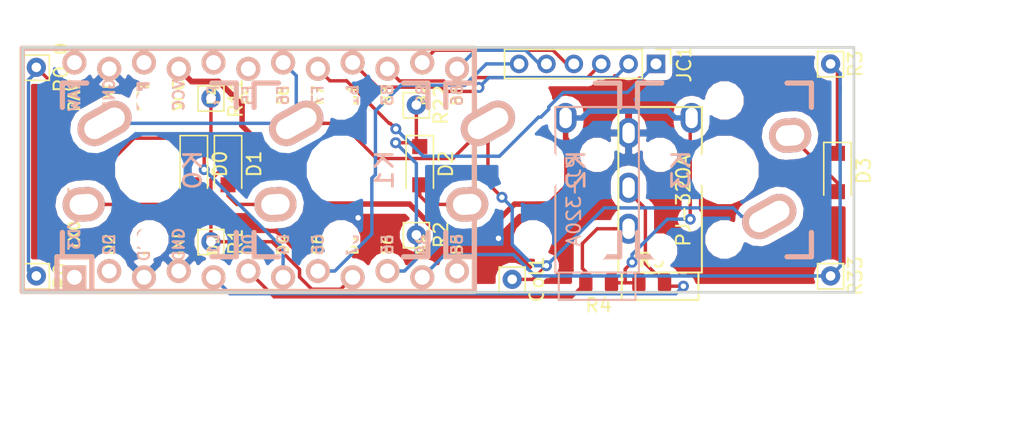
<source format=kicad_pcb>
(kicad_pcb (version 20171130) (host pcbnew 5.0.2-bee76a0~70~ubuntu18.04.1)

  (general
    (thickness 1.6)
    (drawings 9)
    (tracks 208)
    (zones 0)
    (modules 22)
    (nets 27)
  )

  (page A4)
  (layers
    (0 F.Cu signal)
    (31 B.Cu signal)
    (32 B.Adhes user)
    (33 F.Adhes user)
    (34 B.Paste user)
    (35 F.Paste user)
    (36 B.SilkS user hide)
    (37 F.SilkS user)
    (38 B.Mask user)
    (39 F.Mask user hide)
    (40 Dwgs.User user)
    (41 Cmts.User user)
    (42 Eco1.User user)
    (43 Eco2.User user)
    (44 Edge.Cuts user)
    (45 Margin user)
    (46 B.CrtYd user)
    (47 F.CrtYd user)
    (48 B.Fab user)
    (49 F.Fab user)
  )

  (setup
    (last_trace_width 0.25)
    (trace_clearance 0.2)
    (zone_clearance 0.508)
    (zone_45_only no)
    (trace_min 0.2)
    (segment_width 0.2)
    (edge_width 0.15)
    (via_size 0.8)
    (via_drill 0.4)
    (via_min_size 0.4)
    (via_min_drill 0.3)
    (uvia_size 0.3)
    (uvia_drill 0.1)
    (uvias_allowed no)
    (uvia_min_size 0.2)
    (uvia_min_drill 0.1)
    (pcb_text_width 0.3)
    (pcb_text_size 1.5 1.5)
    (mod_edge_width 0.15)
    (mod_text_size 1 1)
    (mod_text_width 0.15)
    (pad_size 1.524 1.524)
    (pad_drill 0.762)
    (pad_to_mask_clearance 0.2)
    (aux_axis_origin 0 0)
    (grid_origin 148.147142 88.155287)
    (visible_elements FFFFFF7F)
    (pcbplotparams
      (layerselection 0x010fc_ffffffff)
      (usegerberextensions false)
      (usegerberattributes false)
      (usegerberadvancedattributes false)
      (creategerberjobfile false)
      (excludeedgelayer true)
      (linewidth 0.100000)
      (plotframeref false)
      (viasonmask false)
      (mode 1)
      (useauxorigin false)
      (hpglpennumber 1)
      (hpglpenspeed 20)
      (hpglpendiameter 15.000000)
      (psnegative false)
      (psa4output false)
      (plotreference true)
      (plotvalue true)
      (plotinvisibletext false)
      (padsonsilk false)
      (subtractmaskfromsilk false)
      (outputformat 1)
      (mirror false)
      (drillshape 1)
      (scaleselection 1)
      (outputdirectory ""))
  )

  (net 0 "")
  (net 1 Col0)
  (net 2 Row0)
  (net 3 "Net-(D0-Pad2)")
  (net 4 "Net-(D1-Pad2)")
  (net 5 Row1)
  (net 6 Row2)
  (net 7 "Net-(D2-Pad2)")
  (net 8 "Net-(D3-Pad2)")
  (net 9 Row3)
  (net 10 Col1)
  (net 11 Col2)
  (net 12 Col3)
  (net 13 Col4)
  (net 14 Col5)
  (net 15 Col6)
  (net 16 VCC)
  (net 17 SDA)
  (net 18 SCL)
  (net 19 "Net-(U1-Pad1)")
  (net 20 "Net-(U1-Pad2)")
  (net 21 GND)
  (net 22 "Net-(U1-Pad19)")
  (net 23 "Net-(U1-Pad20)")
  (net 24 "Net-(U1-Pad22)")
  (net 25 Row4)
  (net 26 "Net-(U1-Pad24)")

  (net_class Default "This is the default net class."
    (clearance 0.2)
    (trace_width 0.25)
    (via_dia 0.8)
    (via_drill 0.4)
    (uvia_dia 0.3)
    (uvia_drill 0.1)
    (add_net Col0)
    (add_net Col1)
    (add_net Col2)
    (add_net Col3)
    (add_net Col4)
    (add_net Col5)
    (add_net Col6)
    (add_net "Net-(D0-Pad2)")
    (add_net "Net-(D1-Pad2)")
    (add_net "Net-(D2-Pad2)")
    (add_net "Net-(D3-Pad2)")
    (add_net "Net-(U1-Pad1)")
    (add_net "Net-(U1-Pad19)")
    (add_net "Net-(U1-Pad2)")
    (add_net "Net-(U1-Pad20)")
    (add_net "Net-(U1-Pad22)")
    (add_net "Net-(U1-Pad24)")
    (add_net Row0)
    (add_net Row1)
    (add_net Row2)
    (add_net Row3)
    (add_net Row4)
    (add_net SCL)
    (add_net SDA)
  )

  (net_class PWR ""
    (clearance 0.3)
    (trace_width 0.4)
    (via_dia 0.8)
    (via_drill 0.4)
    (uvia_dia 0.3)
    (uvia_drill 0.1)
    (add_net GND)
    (add_net VCC)
  )

  (module Keebio-Parts:Hybrid_PCB_100H (layer B.Cu) (tedit 549A0505) (tstamp 5E22514D)
    (at 148.147142 88.155287 270)
    (path /5E1AA1BA)
    (fp_text reference K2 (at 0 -3.175 270) (layer B.SilkS)
      (effects (font (size 1.27 1.524) (thickness 0.2032)) (justify mirror))
    )
    (fp_text value K34 (at 0 -5.08 270) (layer B.SilkS) hide
      (effects (font (size 1.27 1.524) (thickness 0.2032)) (justify mirror))
    )
    (fp_line (start -6.985 -6.985) (end -6.985 6.985) (layer Eco2.User) (width 0.1524))
    (fp_line (start 6.985 -6.985) (end -6.985 -6.985) (layer Eco2.User) (width 0.1524))
    (fp_line (start 6.985 6.985) (end 6.985 -6.985) (layer Eco2.User) (width 0.1524))
    (fp_line (start -6.985 6.985) (end 6.985 6.985) (layer Eco2.User) (width 0.1524))
    (fp_line (start -6.35 4.572) (end -6.35 6.35) (layer B.SilkS) (width 0.381))
    (fp_line (start -6.35 -6.35) (end -6.35 -4.572) (layer B.SilkS) (width 0.381))
    (fp_line (start -4.572 -6.35) (end -6.35 -6.35) (layer B.SilkS) (width 0.381))
    (fp_line (start 6.35 -6.35) (end 4.572 -6.35) (layer B.SilkS) (width 0.381))
    (fp_line (start 6.35 -4.572) (end 6.35 -6.35) (layer B.SilkS) (width 0.381))
    (fp_line (start 6.35 6.35) (end 6.35 4.572) (layer B.SilkS) (width 0.381))
    (fp_line (start 4.572 6.35) (end 6.35 6.35) (layer B.SilkS) (width 0.381))
    (fp_line (start -6.35 6.35) (end -4.572 6.35) (layer B.SilkS) (width 0.381))
    (fp_line (start -9.398 -9.398) (end -9.398 9.398) (layer Dwgs.User) (width 0.1524))
    (fp_line (start 9.398 -9.398) (end -9.398 -9.398) (layer Dwgs.User) (width 0.1524))
    (fp_line (start 9.398 9.398) (end 9.398 -9.398) (layer Dwgs.User) (width 0.1524))
    (fp_line (start -9.398 9.398) (end 9.398 9.398) (layer Dwgs.User) (width 0.1524))
    (fp_line (start -6.35 -6.35) (end -6.35 6.35) (layer Cmts.User) (width 0.1524))
    (fp_line (start 6.35 -6.35) (end -6.35 -6.35) (layer Cmts.User) (width 0.1524))
    (fp_line (start 6.35 6.35) (end 6.35 -6.35) (layer Cmts.User) (width 0.1524))
    (fp_line (start -6.35 6.35) (end 6.35 6.35) (layer Cmts.User) (width 0.1524))
    (fp_text user 1.00u (at -5.715 -8.255 270) (layer Dwgs.User)
      (effects (font (size 1.524 1.524) (thickness 0.3048)))
    )
    (pad HOLE np_thru_hole circle (at 5.08 0 270) (size 1.8 1.8) (drill 1.8) (layers *.Cu))
    (pad HOLE np_thru_hole circle (at -5.08 0 270) (size 1.8 1.8) (drill 1.8) (layers *.Cu))
    (pad HOLE np_thru_hole circle (at 0 0 270) (size 3.9878 3.9878) (drill 3.9878) (layers *.Cu))
    (pad 2 thru_hole oval (at 2.52 4.79 273.9) (size 2.5 3.08) (drill oval 1.5 2.08) (layers *.Cu *.Mask B.SilkS)
      (net 7 "Net-(D2-Pad2)"))
    (pad 1 thru_hole oval (at -3.405 3.27 299.05) (size 2.5 4.17) (drill oval 1.5 3.17) (layers *.Cu *.Mask B.SilkS)
      (net 1 Col0))
  )

  (module Keebio-Parts:Hybrid_PCB_100H (layer B.Cu) (tedit 549A0505) (tstamp 5E22510F)
    (at 120.147142 88.155287 270)
    (path /5E1AA260)
    (fp_text reference K0 (at 0 -3.175 270) (layer B.SilkS)
      (effects (font (size 1.27 1.524) (thickness 0.2032)) (justify mirror))
    )
    (fp_text value K34 (at 0 -5.08 270) (layer B.SilkS) hide
      (effects (font (size 1.27 1.524) (thickness 0.2032)) (justify mirror))
    )
    (fp_line (start -6.985 -6.985) (end -6.985 6.985) (layer Eco2.User) (width 0.1524))
    (fp_line (start 6.985 -6.985) (end -6.985 -6.985) (layer Eco2.User) (width 0.1524))
    (fp_line (start 6.985 6.985) (end 6.985 -6.985) (layer Eco2.User) (width 0.1524))
    (fp_line (start -6.985 6.985) (end 6.985 6.985) (layer Eco2.User) (width 0.1524))
    (fp_line (start -6.35 4.572) (end -6.35 6.35) (layer B.SilkS) (width 0.381))
    (fp_line (start -6.35 -6.35) (end -6.35 -4.572) (layer B.SilkS) (width 0.381))
    (fp_line (start -4.572 -6.35) (end -6.35 -6.35) (layer B.SilkS) (width 0.381))
    (fp_line (start 6.35 -6.35) (end 4.572 -6.35) (layer B.SilkS) (width 0.381))
    (fp_line (start 6.35 -4.572) (end 6.35 -6.35) (layer B.SilkS) (width 0.381))
    (fp_line (start 6.35 6.35) (end 6.35 4.572) (layer B.SilkS) (width 0.381))
    (fp_line (start 4.572 6.35) (end 6.35 6.35) (layer B.SilkS) (width 0.381))
    (fp_line (start -6.35 6.35) (end -4.572 6.35) (layer B.SilkS) (width 0.381))
    (fp_line (start -9.398 -9.398) (end -9.398 9.398) (layer Dwgs.User) (width 0.1524))
    (fp_line (start 9.398 -9.398) (end -9.398 -9.398) (layer Dwgs.User) (width 0.1524))
    (fp_line (start 9.398 9.398) (end 9.398 -9.398) (layer Dwgs.User) (width 0.1524))
    (fp_line (start -9.398 9.398) (end 9.398 9.398) (layer Dwgs.User) (width 0.1524))
    (fp_line (start -6.35 -6.35) (end -6.35 6.35) (layer Cmts.User) (width 0.1524))
    (fp_line (start 6.35 -6.35) (end -6.35 -6.35) (layer Cmts.User) (width 0.1524))
    (fp_line (start 6.35 6.35) (end 6.35 -6.35) (layer Cmts.User) (width 0.1524))
    (fp_line (start -6.35 6.35) (end 6.35 6.35) (layer Cmts.User) (width 0.1524))
    (fp_text user 1.00u (at -5.715 -8.255 270) (layer Dwgs.User)
      (effects (font (size 1.524 1.524) (thickness 0.3048)))
    )
    (pad HOLE np_thru_hole circle (at 5.08 0 270) (size 1.8 1.8) (drill 1.8) (layers *.Cu))
    (pad HOLE np_thru_hole circle (at -5.08 0 270) (size 1.8 1.8) (drill 1.8) (layers *.Cu))
    (pad HOLE np_thru_hole circle (at 0 0 270) (size 3.9878 3.9878) (drill 3.9878) (layers *.Cu))
    (pad 2 thru_hole oval (at 2.52 4.79 273.9) (size 2.5 3.08) (drill oval 1.5 2.08) (layers *.Cu *.Mask B.SilkS)
      (net 3 "Net-(D0-Pad2)"))
    (pad 1 thru_hole oval (at -3.405 3.27 299.05) (size 2.5 4.17) (drill oval 1.5 3.17) (layers *.Cu *.Mask B.SilkS)
      (net 1 Col0))
  )

  (module Keebio-Parts:Hybrid_PCB_100H (layer B.Cu) (tedit 549A0505) (tstamp 5E22512E)
    (at 134.147142 88.155287 270)
    (path /5E1AA21A)
    (fp_text reference K1 (at 0 -3.175 270) (layer B.SilkS)
      (effects (font (size 1.27 1.524) (thickness 0.2032)) (justify mirror))
    )
    (fp_text value K34 (at 0 -5.08 270) (layer B.SilkS) hide
      (effects (font (size 1.27 1.524) (thickness 0.2032)) (justify mirror))
    )
    (fp_line (start -6.985 -6.985) (end -6.985 6.985) (layer Eco2.User) (width 0.1524))
    (fp_line (start 6.985 -6.985) (end -6.985 -6.985) (layer Eco2.User) (width 0.1524))
    (fp_line (start 6.985 6.985) (end 6.985 -6.985) (layer Eco2.User) (width 0.1524))
    (fp_line (start -6.985 6.985) (end 6.985 6.985) (layer Eco2.User) (width 0.1524))
    (fp_line (start -6.35 4.572) (end -6.35 6.35) (layer B.SilkS) (width 0.381))
    (fp_line (start -6.35 -6.35) (end -6.35 -4.572) (layer B.SilkS) (width 0.381))
    (fp_line (start -4.572 -6.35) (end -6.35 -6.35) (layer B.SilkS) (width 0.381))
    (fp_line (start 6.35 -6.35) (end 4.572 -6.35) (layer B.SilkS) (width 0.381))
    (fp_line (start 6.35 -4.572) (end 6.35 -6.35) (layer B.SilkS) (width 0.381))
    (fp_line (start 6.35 6.35) (end 6.35 4.572) (layer B.SilkS) (width 0.381))
    (fp_line (start 4.572 6.35) (end 6.35 6.35) (layer B.SilkS) (width 0.381))
    (fp_line (start -6.35 6.35) (end -4.572 6.35) (layer B.SilkS) (width 0.381))
    (fp_line (start -9.398 -9.398) (end -9.398 9.398) (layer Dwgs.User) (width 0.1524))
    (fp_line (start 9.398 -9.398) (end -9.398 -9.398) (layer Dwgs.User) (width 0.1524))
    (fp_line (start 9.398 9.398) (end 9.398 -9.398) (layer Dwgs.User) (width 0.1524))
    (fp_line (start -9.398 9.398) (end 9.398 9.398) (layer Dwgs.User) (width 0.1524))
    (fp_line (start -6.35 -6.35) (end -6.35 6.35) (layer Cmts.User) (width 0.1524))
    (fp_line (start 6.35 -6.35) (end -6.35 -6.35) (layer Cmts.User) (width 0.1524))
    (fp_line (start 6.35 6.35) (end 6.35 -6.35) (layer Cmts.User) (width 0.1524))
    (fp_line (start -6.35 6.35) (end 6.35 6.35) (layer Cmts.User) (width 0.1524))
    (fp_text user 1.00u (at -5.715 -8.255 270) (layer Dwgs.User)
      (effects (font (size 1.524 1.524) (thickness 0.3048)))
    )
    (pad HOLE np_thru_hole circle (at 5.08 0 270) (size 1.8 1.8) (drill 1.8) (layers *.Cu))
    (pad HOLE np_thru_hole circle (at -5.08 0 270) (size 1.8 1.8) (drill 1.8) (layers *.Cu))
    (pad HOLE np_thru_hole circle (at 0 0 270) (size 3.9878 3.9878) (drill 3.9878) (layers *.Cu))
    (pad 2 thru_hole oval (at 2.52 4.79 273.9) (size 2.5 3.08) (drill oval 1.5 2.08) (layers *.Cu *.Mask B.SilkS)
      (net 4 "Net-(D1-Pad2)"))
    (pad 1 thru_hole oval (at -3.405 3.27 299.05) (size 2.5 4.17) (drill oval 1.5 3.17) (layers *.Cu *.Mask B.SilkS)
      (net 1 Col0))
  )

  (module Keebio-Parts:Hybrid_PCB_100H (layer B.Cu) (tedit 549A0505) (tstamp 5E225D57)
    (at 162.147142 88.155287 90)
    (path /5A1C75AB)
    (fp_text reference K3 (at 0 -3.175 90) (layer B.SilkS)
      (effects (font (size 1.27 1.524) (thickness 0.2032)) (justify mirror))
    )
    (fp_text value K34 (at 0 -5.08 90) (layer B.SilkS) hide
      (effects (font (size 1.27 1.524) (thickness 0.2032)) (justify mirror))
    )
    (fp_line (start -6.985 -6.985) (end -6.985 6.985) (layer Eco2.User) (width 0.1524))
    (fp_line (start 6.985 -6.985) (end -6.985 -6.985) (layer Eco2.User) (width 0.1524))
    (fp_line (start 6.985 6.985) (end 6.985 -6.985) (layer Eco2.User) (width 0.1524))
    (fp_line (start -6.985 6.985) (end 6.985 6.985) (layer Eco2.User) (width 0.1524))
    (fp_line (start -6.35 4.572) (end -6.35 6.35) (layer B.SilkS) (width 0.381))
    (fp_line (start -6.35 -6.35) (end -6.35 -4.572) (layer B.SilkS) (width 0.381))
    (fp_line (start -4.572 -6.35) (end -6.35 -6.35) (layer B.SilkS) (width 0.381))
    (fp_line (start 6.35 -6.35) (end 4.572 -6.35) (layer B.SilkS) (width 0.381))
    (fp_line (start 6.35 -4.572) (end 6.35 -6.35) (layer B.SilkS) (width 0.381))
    (fp_line (start 6.35 6.35) (end 6.35 4.572) (layer B.SilkS) (width 0.381))
    (fp_line (start 4.572 6.35) (end 6.35 6.35) (layer B.SilkS) (width 0.381))
    (fp_line (start -6.35 6.35) (end -4.572 6.35) (layer B.SilkS) (width 0.381))
    (fp_line (start -9.398 -9.398) (end -9.398 9.398) (layer Dwgs.User) (width 0.1524))
    (fp_line (start 9.398 -9.398) (end -9.398 -9.398) (layer Dwgs.User) (width 0.1524))
    (fp_line (start 9.398 9.398) (end 9.398 -9.398) (layer Dwgs.User) (width 0.1524))
    (fp_line (start -9.398 9.398) (end 9.398 9.398) (layer Dwgs.User) (width 0.1524))
    (fp_line (start -6.35 -6.35) (end -6.35 6.35) (layer Cmts.User) (width 0.1524))
    (fp_line (start 6.35 -6.35) (end -6.35 -6.35) (layer Cmts.User) (width 0.1524))
    (fp_line (start 6.35 6.35) (end 6.35 -6.35) (layer Cmts.User) (width 0.1524))
    (fp_line (start -6.35 6.35) (end 6.35 6.35) (layer Cmts.User) (width 0.1524))
    (fp_text user 1.00u (at -5.715 -8.255 90) (layer Dwgs.User)
      (effects (font (size 1.524 1.524) (thickness 0.3048)))
    )
    (pad HOLE np_thru_hole circle (at 5.08 0 90) (size 1.8 1.8) (drill 1.8) (layers *.Cu))
    (pad HOLE np_thru_hole circle (at -5.08 0 90) (size 1.8 1.8) (drill 1.8) (layers *.Cu))
    (pad HOLE np_thru_hole circle (at 0 0 90) (size 3.9878 3.9878) (drill 3.9878) (layers *.Cu))
    (pad 2 thru_hole oval (at 2.52 4.79 93.9) (size 2.5 3.08) (drill oval 1.5 2.08) (layers *.Cu *.Mask B.SilkS)
      (net 8 "Net-(D3-Pad2)"))
    (pad 1 thru_hole oval (at -3.405 3.27 119.05) (size 2.5 4.17) (drill oval 1.5 3.17) (layers *.Cu *.Mask B.SilkS)
      (net 1 Col0))
  )

  (module Diode_SMD:D_SOD-123F (layer F.Cu) (tedit 587F7769) (tstamp 5E2250A9)
    (at 123.397142 87.845287 270)
    (descr D_SOD-123F)
    (tags D_SOD-123F)
    (path /5A1C368B)
    (attr smd)
    (fp_text reference D0 (at -0.127 -1.905 270) (layer F.SilkS)
      (effects (font (size 1 1) (thickness 0.15)))
    )
    (fp_text value D (at 0 2.1 270) (layer F.Fab)
      (effects (font (size 1 1) (thickness 0.15)))
    )
    (fp_line (start -2.2 -1) (end 1.65 -1) (layer F.SilkS) (width 0.12))
    (fp_line (start -2.2 1) (end 1.65 1) (layer F.SilkS) (width 0.12))
    (fp_line (start -2.2 -1.15) (end -2.2 1.15) (layer F.CrtYd) (width 0.05))
    (fp_line (start 2.2 1.15) (end -2.2 1.15) (layer F.CrtYd) (width 0.05))
    (fp_line (start 2.2 -1.15) (end 2.2 1.15) (layer F.CrtYd) (width 0.05))
    (fp_line (start -2.2 -1.15) (end 2.2 -1.15) (layer F.CrtYd) (width 0.05))
    (fp_line (start -1.4 -0.9) (end 1.4 -0.9) (layer F.Fab) (width 0.1))
    (fp_line (start 1.4 -0.9) (end 1.4 0.9) (layer F.Fab) (width 0.1))
    (fp_line (start 1.4 0.9) (end -1.4 0.9) (layer F.Fab) (width 0.1))
    (fp_line (start -1.4 0.9) (end -1.4 -0.9) (layer F.Fab) (width 0.1))
    (fp_line (start -0.75 0) (end -0.35 0) (layer F.Fab) (width 0.1))
    (fp_line (start -0.35 0) (end -0.35 -0.55) (layer F.Fab) (width 0.1))
    (fp_line (start -0.35 0) (end -0.35 0.55) (layer F.Fab) (width 0.1))
    (fp_line (start -0.35 0) (end 0.25 -0.4) (layer F.Fab) (width 0.1))
    (fp_line (start 0.25 -0.4) (end 0.25 0.4) (layer F.Fab) (width 0.1))
    (fp_line (start 0.25 0.4) (end -0.35 0) (layer F.Fab) (width 0.1))
    (fp_line (start 0.25 0) (end 0.75 0) (layer F.Fab) (width 0.1))
    (fp_line (start -2.2 -1) (end -2.2 1) (layer F.SilkS) (width 0.12))
    (fp_text user %R (at -0.127 -1.905 270) (layer F.Fab)
      (effects (font (size 1 1) (thickness 0.15)))
    )
    (pad 2 smd rect (at 1.4 0 270) (size 1.1 1.1) (layers F.Cu F.Paste F.Mask)
      (net 3 "Net-(D0-Pad2)"))
    (pad 1 smd rect (at -1.4 0 270) (size 1.1 1.1) (layers F.Cu F.Paste F.Mask)
      (net 2 Row0))
    (model ${KISYS3DMOD}/Diode_SMD.3dshapes/D_SOD-123F.wrl
      (at (xyz 0 0 0))
      (scale (xyz 1 1 1))
      (rotate (xyz 0 0 0))
    )
  )

  (module Diode_SMD:D_SOD-123F (layer F.Cu) (tedit 587F7769) (tstamp 5E2250B8)
    (at 125.897142 87.845287 270)
    (descr D_SOD-123F)
    (tags D_SOD-123F)
    (path /5A1C3A0F)
    (attr smd)
    (fp_text reference D1 (at -0.127 -1.905 270) (layer F.SilkS)
      (effects (font (size 1 1) (thickness 0.15)))
    )
    (fp_text value D (at 0 2.1 270) (layer F.Fab)
      (effects (font (size 1 1) (thickness 0.15)))
    )
    (fp_line (start -2.2 -1) (end 1.65 -1) (layer F.SilkS) (width 0.12))
    (fp_line (start -2.2 1) (end 1.65 1) (layer F.SilkS) (width 0.12))
    (fp_line (start -2.2 -1.15) (end -2.2 1.15) (layer F.CrtYd) (width 0.05))
    (fp_line (start 2.2 1.15) (end -2.2 1.15) (layer F.CrtYd) (width 0.05))
    (fp_line (start 2.2 -1.15) (end 2.2 1.15) (layer F.CrtYd) (width 0.05))
    (fp_line (start -2.2 -1.15) (end 2.2 -1.15) (layer F.CrtYd) (width 0.05))
    (fp_line (start -1.4 -0.9) (end 1.4 -0.9) (layer F.Fab) (width 0.1))
    (fp_line (start 1.4 -0.9) (end 1.4 0.9) (layer F.Fab) (width 0.1))
    (fp_line (start 1.4 0.9) (end -1.4 0.9) (layer F.Fab) (width 0.1))
    (fp_line (start -1.4 0.9) (end -1.4 -0.9) (layer F.Fab) (width 0.1))
    (fp_line (start -0.75 0) (end -0.35 0) (layer F.Fab) (width 0.1))
    (fp_line (start -0.35 0) (end -0.35 -0.55) (layer F.Fab) (width 0.1))
    (fp_line (start -0.35 0) (end -0.35 0.55) (layer F.Fab) (width 0.1))
    (fp_line (start -0.35 0) (end 0.25 -0.4) (layer F.Fab) (width 0.1))
    (fp_line (start 0.25 -0.4) (end 0.25 0.4) (layer F.Fab) (width 0.1))
    (fp_line (start 0.25 0.4) (end -0.35 0) (layer F.Fab) (width 0.1))
    (fp_line (start 0.25 0) (end 0.75 0) (layer F.Fab) (width 0.1))
    (fp_line (start -2.2 -1) (end -2.2 1) (layer F.SilkS) (width 0.12))
    (fp_text user %R (at -0.127 -1.905 270) (layer F.Fab)
      (effects (font (size 1 1) (thickness 0.15)))
    )
    (pad 2 smd rect (at 1.4 0 270) (size 1.1 1.1) (layers F.Cu F.Paste F.Mask)
      (net 4 "Net-(D1-Pad2)"))
    (pad 1 smd rect (at -1.4 0 270) (size 1.1 1.1) (layers F.Cu F.Paste F.Mask)
      (net 5 Row1))
    (model ${KISYS3DMOD}/Diode_SMD.3dshapes/D_SOD-123F.wrl
      (at (xyz 0 0 0))
      (scale (xyz 1 1 1))
      (rotate (xyz 0 0 0))
    )
  )

  (module Diode_SMD:D_SOD-123F (layer F.Cu) (tedit 587F7769) (tstamp 5E2250C7)
    (at 139.897142 87.845287 270)
    (descr D_SOD-123F)
    (tags D_SOD-123F)
    (path /5A1C7569)
    (attr smd)
    (fp_text reference D2 (at -0.127 -1.905 270) (layer F.SilkS)
      (effects (font (size 1 1) (thickness 0.15)))
    )
    (fp_text value D (at 0 2.1 270) (layer F.Fab)
      (effects (font (size 1 1) (thickness 0.15)))
    )
    (fp_line (start -2.2 -1) (end 1.65 -1) (layer F.SilkS) (width 0.12))
    (fp_line (start -2.2 1) (end 1.65 1) (layer F.SilkS) (width 0.12))
    (fp_line (start -2.2 -1.15) (end -2.2 1.15) (layer F.CrtYd) (width 0.05))
    (fp_line (start 2.2 1.15) (end -2.2 1.15) (layer F.CrtYd) (width 0.05))
    (fp_line (start 2.2 -1.15) (end 2.2 1.15) (layer F.CrtYd) (width 0.05))
    (fp_line (start -2.2 -1.15) (end 2.2 -1.15) (layer F.CrtYd) (width 0.05))
    (fp_line (start -1.4 -0.9) (end 1.4 -0.9) (layer F.Fab) (width 0.1))
    (fp_line (start 1.4 -0.9) (end 1.4 0.9) (layer F.Fab) (width 0.1))
    (fp_line (start 1.4 0.9) (end -1.4 0.9) (layer F.Fab) (width 0.1))
    (fp_line (start -1.4 0.9) (end -1.4 -0.9) (layer F.Fab) (width 0.1))
    (fp_line (start -0.75 0) (end -0.35 0) (layer F.Fab) (width 0.1))
    (fp_line (start -0.35 0) (end -0.35 -0.55) (layer F.Fab) (width 0.1))
    (fp_line (start -0.35 0) (end -0.35 0.55) (layer F.Fab) (width 0.1))
    (fp_line (start -0.35 0) (end 0.25 -0.4) (layer F.Fab) (width 0.1))
    (fp_line (start 0.25 -0.4) (end 0.25 0.4) (layer F.Fab) (width 0.1))
    (fp_line (start 0.25 0.4) (end -0.35 0) (layer F.Fab) (width 0.1))
    (fp_line (start 0.25 0) (end 0.75 0) (layer F.Fab) (width 0.1))
    (fp_line (start -2.2 -1) (end -2.2 1) (layer F.SilkS) (width 0.12))
    (fp_text user %R (at -0.127 -1.905 270) (layer F.Fab)
      (effects (font (size 1 1) (thickness 0.15)))
    )
    (pad 2 smd rect (at 1.4 0 270) (size 1.1 1.1) (layers F.Cu F.Paste F.Mask)
      (net 7 "Net-(D2-Pad2)"))
    (pad 1 smd rect (at -1.4 0 270) (size 1.1 1.1) (layers F.Cu F.Paste F.Mask)
      (net 6 Row2))
    (model ${KISYS3DMOD}/Diode_SMD.3dshapes/D_SOD-123F.wrl
      (at (xyz 0 0 0))
      (scale (xyz 1 1 1))
      (rotate (xyz 0 0 0))
    )
  )

  (module Diode_SMD:D_SOD-123F (layer F.Cu) (tedit 587F7769) (tstamp 5E2250D6)
    (at 170.397142 88.345287 270)
    (descr D_SOD-123F)
    (tags D_SOD-123F)
    (path /5A1C75B1)
    (attr smd)
    (fp_text reference D3 (at -0.127 -1.905 270) (layer F.SilkS)
      (effects (font (size 1 1) (thickness 0.15)))
    )
    (fp_text value D (at 0 2.1 270) (layer F.Fab)
      (effects (font (size 1 1) (thickness 0.15)))
    )
    (fp_line (start -2.2 -1) (end 1.65 -1) (layer F.SilkS) (width 0.12))
    (fp_line (start -2.2 1) (end 1.65 1) (layer F.SilkS) (width 0.12))
    (fp_line (start -2.2 -1.15) (end -2.2 1.15) (layer F.CrtYd) (width 0.05))
    (fp_line (start 2.2 1.15) (end -2.2 1.15) (layer F.CrtYd) (width 0.05))
    (fp_line (start 2.2 -1.15) (end 2.2 1.15) (layer F.CrtYd) (width 0.05))
    (fp_line (start -2.2 -1.15) (end 2.2 -1.15) (layer F.CrtYd) (width 0.05))
    (fp_line (start -1.4 -0.9) (end 1.4 -0.9) (layer F.Fab) (width 0.1))
    (fp_line (start 1.4 -0.9) (end 1.4 0.9) (layer F.Fab) (width 0.1))
    (fp_line (start 1.4 0.9) (end -1.4 0.9) (layer F.Fab) (width 0.1))
    (fp_line (start -1.4 0.9) (end -1.4 -0.9) (layer F.Fab) (width 0.1))
    (fp_line (start -0.75 0) (end -0.35 0) (layer F.Fab) (width 0.1))
    (fp_line (start -0.35 0) (end -0.35 -0.55) (layer F.Fab) (width 0.1))
    (fp_line (start -0.35 0) (end -0.35 0.55) (layer F.Fab) (width 0.1))
    (fp_line (start -0.35 0) (end 0.25 -0.4) (layer F.Fab) (width 0.1))
    (fp_line (start 0.25 -0.4) (end 0.25 0.4) (layer F.Fab) (width 0.1))
    (fp_line (start 0.25 0.4) (end -0.35 0) (layer F.Fab) (width 0.1))
    (fp_line (start 0.25 0) (end 0.75 0) (layer F.Fab) (width 0.1))
    (fp_line (start -2.2 -1) (end -2.2 1) (layer F.SilkS) (width 0.12))
    (fp_text user %R (at -0.127 -1.905 270) (layer F.Fab)
      (effects (font (size 1 1) (thickness 0.15)))
    )
    (pad 2 smd rect (at 1.4 0 270) (size 1.1 1.1) (layers F.Cu F.Paste F.Mask)
      (net 8 "Net-(D3-Pad2)"))
    (pad 1 smd rect (at -1.4 0 270) (size 1.1 1.1) (layers F.Cu F.Paste F.Mask)
      (net 9 Row3))
    (model ${KISYS3DMOD}/Diode_SMD.3dshapes/D_SOD-123F.wrl
      (at (xyz 0 0 0))
      (scale (xyz 1 1 1))
      (rotate (xyz 0 0 0))
    )
  )

  (module Resistor_SMD:R_0805_2012Metric (layer F.Cu) (tedit 5B36C52B) (tstamp 5E2251E3)
    (at 152.959642 96.405287 180)
    (descr "Resistor SMD 0805 (2012 Metric), square (rectangular) end terminal, IPC_7351 nominal, (Body size source: https://docs.google.com/spreadsheets/d/1BsfQQcO9C6DZCsRaXUlFlo91Tg2WpOkGARC1WS5S8t0/edit?usp=sharing), generated with kicad-footprint-generator")
    (tags resistor)
    (path /5E223F36)
    (attr smd)
    (fp_text reference R4 (at 0 -1.65 180) (layer F.SilkS)
      (effects (font (size 1 1) (thickness 0.15)))
    )
    (fp_text value 5k (at 0 1.65 180) (layer F.Fab)
      (effects (font (size 1 1) (thickness 0.15)))
    )
    (fp_text user %R (at 0 0 180) (layer F.Fab)
      (effects (font (size 0.5 0.5) (thickness 0.08)))
    )
    (fp_line (start 1.68 0.95) (end -1.68 0.95) (layer F.CrtYd) (width 0.05))
    (fp_line (start 1.68 -0.95) (end 1.68 0.95) (layer F.CrtYd) (width 0.05))
    (fp_line (start -1.68 -0.95) (end 1.68 -0.95) (layer F.CrtYd) (width 0.05))
    (fp_line (start -1.68 0.95) (end -1.68 -0.95) (layer F.CrtYd) (width 0.05))
    (fp_line (start -0.258578 0.71) (end 0.258578 0.71) (layer F.SilkS) (width 0.12))
    (fp_line (start -0.258578 -0.71) (end 0.258578 -0.71) (layer F.SilkS) (width 0.12))
    (fp_line (start 1 0.6) (end -1 0.6) (layer F.Fab) (width 0.1))
    (fp_line (start 1 -0.6) (end 1 0.6) (layer F.Fab) (width 0.1))
    (fp_line (start -1 -0.6) (end 1 -0.6) (layer F.Fab) (width 0.1))
    (fp_line (start -1 0.6) (end -1 -0.6) (layer F.Fab) (width 0.1))
    (pad 2 smd roundrect (at 0.9375 0 180) (size 0.975 1.4) (layers F.Cu F.Paste F.Mask) (roundrect_rratio 0.25)
      (net 17 SDA))
    (pad 1 smd roundrect (at -0.9375 0 180) (size 0.975 1.4) (layers F.Cu F.Paste F.Mask) (roundrect_rratio 0.25)
      (net 16 VCC))
    (model ${KISYS3DMOD}/Resistor_SMD.3dshapes/R_0805_2012Metric.wrl
      (at (xyz 0 0 0))
      (scale (xyz 1 1 1))
      (rotate (xyz 0 0 0))
    )
  )

  (module Resistor_SMD:R_0805_2012Metric (layer F.Cu) (tedit 5B36C52B) (tstamp 5E22520E)
    (at 156.834642 96.405287)
    (descr "Resistor SMD 0805 (2012 Metric), square (rectangular) end terminal, IPC_7351 nominal, (Body size source: https://docs.google.com/spreadsheets/d/1BsfQQcO9C6DZCsRaXUlFlo91Tg2WpOkGARC1WS5S8t0/edit?usp=sharing), generated with kicad-footprint-generator")
    (tags resistor)
    (path /5E224092)
    (attr smd)
    (fp_text reference R5 (at 0 -1.65) (layer F.SilkS)
      (effects (font (size 1 1) (thickness 0.15)))
    )
    (fp_text value 5k (at 0 1.65) (layer F.Fab)
      (effects (font (size 1 1) (thickness 0.15)))
    )
    (fp_text user %R (at 0 0) (layer F.Fab)
      (effects (font (size 0.5 0.5) (thickness 0.08)))
    )
    (fp_line (start 1.68 0.95) (end -1.68 0.95) (layer F.CrtYd) (width 0.05))
    (fp_line (start 1.68 -0.95) (end 1.68 0.95) (layer F.CrtYd) (width 0.05))
    (fp_line (start -1.68 -0.95) (end 1.68 -0.95) (layer F.CrtYd) (width 0.05))
    (fp_line (start -1.68 0.95) (end -1.68 -0.95) (layer F.CrtYd) (width 0.05))
    (fp_line (start -0.258578 0.71) (end 0.258578 0.71) (layer F.SilkS) (width 0.12))
    (fp_line (start -0.258578 -0.71) (end 0.258578 -0.71) (layer F.SilkS) (width 0.12))
    (fp_line (start 1 0.6) (end -1 0.6) (layer F.Fab) (width 0.1))
    (fp_line (start 1 -0.6) (end 1 0.6) (layer F.Fab) (width 0.1))
    (fp_line (start -1 -0.6) (end 1 -0.6) (layer F.Fab) (width 0.1))
    (fp_line (start -1 0.6) (end -1 -0.6) (layer F.Fab) (width 0.1))
    (pad 2 smd roundrect (at 0.9375 0) (size 0.975 1.4) (layers F.Cu F.Paste F.Mask) (roundrect_rratio 0.25)
      (net 18 SCL))
    (pad 1 smd roundrect (at -0.9375 0) (size 0.975 1.4) (layers F.Cu F.Paste F.Mask) (roundrect_rratio 0.25)
      (net 16 VCC))
    (model ${KISYS3DMOD}/Resistor_SMD.3dshapes/R_0805_2012Metric.wrl
      (at (xyz 0 0 0))
      (scale (xyz 1 1 1))
      (rotate (xyz 0 0 0))
    )
  )

  (module Connector_Pin:Pin_D0.7mm_L6.5mm_W1.8mm_FlatFork (layer F.Cu) (tedit 5A1DC084) (tstamp 5E22509A)
    (at 146.647142 96.155287 90)
    (descr "solder Pin_ with flat fork, hole diameter 0.7mm, length 6.5mm, width 1.8mm")
    (tags "solder Pin_ with flat fork")
    (path /5E1AC3BB)
    (fp_text reference Col1 (at 0 1.8 90) (layer F.SilkS)
      (effects (font (size 1 1) (thickness 0.15)))
    )
    (fp_text value Conn_01x01 (at 0 -1.8 90) (layer F.Fab)
      (effects (font (size 1 1) (thickness 0.15)))
    )
    (fp_text user %R (at 0 1.8 90) (layer F.Fab)
      (effects (font (size 1 1) (thickness 0.15)))
    )
    (fp_line (start -0.95 -0.95) (end -0.95 0.95) (layer F.SilkS) (width 0.12))
    (fp_line (start -0.95 0.95) (end 0.9 0.95) (layer F.SilkS) (width 0.12))
    (fp_line (start 0.9 0.95) (end 0.9 -0.9) (layer F.SilkS) (width 0.12))
    (fp_line (start 0.9 -0.9) (end 0.9 -0.95) (layer F.SilkS) (width 0.12))
    (fp_line (start 0.9 -0.95) (end -0.95 -0.95) (layer F.SilkS) (width 0.12))
    (fp_line (start -0.9 -0.25) (end 0.85 -0.25) (layer F.Fab) (width 0.12))
    (fp_line (start 0.85 -0.25) (end 0.85 0.25) (layer F.Fab) (width 0.12))
    (fp_line (start 0.85 0.25) (end -0.9 0.25) (layer F.Fab) (width 0.12))
    (fp_line (start -0.9 0.25) (end -0.9 -0.25) (layer F.Fab) (width 0.12))
    (fp_line (start -1.4 -1.2) (end 1.35 -1.2) (layer F.CrtYd) (width 0.05))
    (fp_line (start -1.4 -1.2) (end -1.4 1.2) (layer F.CrtYd) (width 0.05))
    (fp_line (start 1.35 1.2) (end 1.35 -1.2) (layer F.CrtYd) (width 0.05))
    (fp_line (start 1.35 1.2) (end -1.4 1.2) (layer F.CrtYd) (width 0.05))
    (pad 1 thru_hole circle (at 0 0 90) (size 1.4 1.4) (drill 0.7) (layers *.Cu *.Mask)
      (net 1 Col0))
    (model ${KISYS3DMOD}/Connector_Pin.3dshapes/Pin_D0.7mm_L6.5mm_W1.8mm_FlatFork.wrl
      (at (xyz 0 0 0))
      (scale (xyz 1 1 1))
      (rotate (xyz 0 0 0))
    )
  )

  (module Connector_PinHeader_2.00mm:PinHeader_1x06_P2.00mm_Vertical (layer F.Cu) (tedit 59FED667) (tstamp 5E2250F0)
    (at 157.147142 80.405287 270)
    (descr "Through hole straight pin header, 1x06, 2.00mm pitch, single row")
    (tags "Through hole pin header THT 1x06 2.00mm single row")
    (path /5E1CE647)
    (fp_text reference JC1 (at 0 -2.06 270) (layer F.SilkS)
      (effects (font (size 1 1) (thickness 0.15)))
    )
    (fp_text value Conn_01x06 (at 0 12.06 270) (layer F.Fab)
      (effects (font (size 1 1) (thickness 0.15)))
    )
    (fp_line (start -0.5 -1) (end 1 -1) (layer F.Fab) (width 0.1))
    (fp_line (start 1 -1) (end 1 11) (layer F.Fab) (width 0.1))
    (fp_line (start 1 11) (end -1 11) (layer F.Fab) (width 0.1))
    (fp_line (start -1 11) (end -1 -0.5) (layer F.Fab) (width 0.1))
    (fp_line (start -1 -0.5) (end -0.5 -1) (layer F.Fab) (width 0.1))
    (fp_line (start -1.06 11.06) (end 1.06 11.06) (layer F.SilkS) (width 0.12))
    (fp_line (start -1.06 1) (end -1.06 11.06) (layer F.SilkS) (width 0.12))
    (fp_line (start 1.06 1) (end 1.06 11.06) (layer F.SilkS) (width 0.12))
    (fp_line (start -1.06 1) (end 1.06 1) (layer F.SilkS) (width 0.12))
    (fp_line (start -1.06 0) (end -1.06 -1.06) (layer F.SilkS) (width 0.12))
    (fp_line (start -1.06 -1.06) (end 0 -1.06) (layer F.SilkS) (width 0.12))
    (fp_line (start -1.5 -1.5) (end -1.5 11.5) (layer F.CrtYd) (width 0.05))
    (fp_line (start -1.5 11.5) (end 1.5 11.5) (layer F.CrtYd) (width 0.05))
    (fp_line (start 1.5 11.5) (end 1.5 -1.5) (layer F.CrtYd) (width 0.05))
    (fp_line (start 1.5 -1.5) (end -1.5 -1.5) (layer F.CrtYd) (width 0.05))
    (fp_text user %R (at 0 5) (layer F.Fab)
      (effects (font (size 1 1) (thickness 0.15)))
    )
    (pad 1 thru_hole rect (at 0 0 270) (size 1.35 1.35) (drill 0.8) (layers *.Cu *.Mask)
      (net 10 Col1))
    (pad 2 thru_hole oval (at 0 2 270) (size 1.35 1.35) (drill 0.8) (layers *.Cu *.Mask)
      (net 11 Col2))
    (pad 3 thru_hole oval (at 0 4 270) (size 1.35 1.35) (drill 0.8) (layers *.Cu *.Mask)
      (net 12 Col3))
    (pad 4 thru_hole oval (at 0 6 270) (size 1.35 1.35) (drill 0.8) (layers *.Cu *.Mask)
      (net 13 Col4))
    (pad 5 thru_hole oval (at 0 8 270) (size 1.35 1.35) (drill 0.8) (layers *.Cu *.Mask)
      (net 14 Col5))
    (pad 6 thru_hole oval (at 0 10 270) (size 1.35 1.35) (drill 0.8) (layers *.Cu *.Mask)
      (net 15 Col6))
    (model ${KISYS3DMOD}/Connector_PinHeader_2.00mm.3dshapes/PinHeader_1x06_P2.00mm_Vertical.wrl
      (at (xyz 0 0 0))
      (scale (xyz 1 1 1))
      (rotate (xyz 0 0 0))
    )
  )

  (module Connector_Pin:Pin_D0.7mm_L6.5mm_W1.8mm_FlatFork (layer F.Cu) (tedit 5A1DC084) (tstamp 5E22517F)
    (at 111.897142 95.905287 90)
    (descr "solder Pin_ with flat fork, hole diameter 0.7mm, length 6.5mm, width 1.8mm")
    (tags "solder Pin_ with flat fork")
    (path /5E1DC9BB)
    (fp_text reference R0 (at 0 1.8 90) (layer F.SilkS)
      (effects (font (size 1 1) (thickness 0.15)))
    )
    (fp_text value Conn_01x01 (at 0 -1.8 90) (layer F.Fab)
      (effects (font (size 1 1) (thickness 0.15)))
    )
    (fp_line (start 1.35 1.2) (end -1.4 1.2) (layer F.CrtYd) (width 0.05))
    (fp_line (start 1.35 1.2) (end 1.35 -1.2) (layer F.CrtYd) (width 0.05))
    (fp_line (start -1.4 -1.2) (end -1.4 1.2) (layer F.CrtYd) (width 0.05))
    (fp_line (start -1.4 -1.2) (end 1.35 -1.2) (layer F.CrtYd) (width 0.05))
    (fp_line (start -0.9 0.25) (end -0.9 -0.25) (layer F.Fab) (width 0.12))
    (fp_line (start 0.85 0.25) (end -0.9 0.25) (layer F.Fab) (width 0.12))
    (fp_line (start 0.85 -0.25) (end 0.85 0.25) (layer F.Fab) (width 0.12))
    (fp_line (start -0.9 -0.25) (end 0.85 -0.25) (layer F.Fab) (width 0.12))
    (fp_line (start 0.9 -0.95) (end -0.95 -0.95) (layer F.SilkS) (width 0.12))
    (fp_line (start 0.9 -0.9) (end 0.9 -0.95) (layer F.SilkS) (width 0.12))
    (fp_line (start 0.9 0.95) (end 0.9 -0.9) (layer F.SilkS) (width 0.12))
    (fp_line (start -0.95 0.95) (end 0.9 0.95) (layer F.SilkS) (width 0.12))
    (fp_line (start -0.95 -0.95) (end -0.95 0.95) (layer F.SilkS) (width 0.12))
    (fp_text user %R (at 0 1.8 90) (layer F.Fab)
      (effects (font (size 1 1) (thickness 0.15)))
    )
    (pad 1 thru_hole circle (at 0 0 90) (size 1.4 1.4) (drill 0.7) (layers *.Cu *.Mask)
      (net 2 Row0))
    (model ${KISYS3DMOD}/Connector_Pin.3dshapes/Pin_D0.7mm_L6.5mm_W1.8mm_FlatFork.wrl
      (at (xyz 0 0 0))
      (scale (xyz 1 1 1))
      (rotate (xyz 0 0 0))
    )
  )

  (module Connector_Pin:Pin_D0.7mm_L6.5mm_W1.8mm_FlatFork (layer F.Cu) (tedit 5A1DC084) (tstamp 5E225192)
    (at 124.647142 93.405287 90)
    (descr "solder Pin_ with flat fork, hole diameter 0.7mm, length 6.5mm, width 1.8mm")
    (tags "solder Pin_ with flat fork")
    (path /5E1DCA8F)
    (fp_text reference R1 (at 0 1.8 90) (layer F.SilkS)
      (effects (font (size 1 1) (thickness 0.15)))
    )
    (fp_text value Conn_01x01 (at 0 -1.8 90) (layer F.Fab)
      (effects (font (size 1 1) (thickness 0.15)))
    )
    (fp_text user %R (at 0 1.8 90) (layer F.Fab)
      (effects (font (size 1 1) (thickness 0.15)))
    )
    (fp_line (start -0.95 -0.95) (end -0.95 0.95) (layer F.SilkS) (width 0.12))
    (fp_line (start -0.95 0.95) (end 0.9 0.95) (layer F.SilkS) (width 0.12))
    (fp_line (start 0.9 0.95) (end 0.9 -0.9) (layer F.SilkS) (width 0.12))
    (fp_line (start 0.9 -0.9) (end 0.9 -0.95) (layer F.SilkS) (width 0.12))
    (fp_line (start 0.9 -0.95) (end -0.95 -0.95) (layer F.SilkS) (width 0.12))
    (fp_line (start -0.9 -0.25) (end 0.85 -0.25) (layer F.Fab) (width 0.12))
    (fp_line (start 0.85 -0.25) (end 0.85 0.25) (layer F.Fab) (width 0.12))
    (fp_line (start 0.85 0.25) (end -0.9 0.25) (layer F.Fab) (width 0.12))
    (fp_line (start -0.9 0.25) (end -0.9 -0.25) (layer F.Fab) (width 0.12))
    (fp_line (start -1.4 -1.2) (end 1.35 -1.2) (layer F.CrtYd) (width 0.05))
    (fp_line (start -1.4 -1.2) (end -1.4 1.2) (layer F.CrtYd) (width 0.05))
    (fp_line (start 1.35 1.2) (end 1.35 -1.2) (layer F.CrtYd) (width 0.05))
    (fp_line (start 1.35 1.2) (end -1.4 1.2) (layer F.CrtYd) (width 0.05))
    (pad 1 thru_hole circle (at 0 0 90) (size 1.4 1.4) (drill 0.7) (layers *.Cu *.Mask)
      (net 5 Row1))
    (model ${KISYS3DMOD}/Connector_Pin.3dshapes/Pin_D0.7mm_L6.5mm_W1.8mm_FlatFork.wrl
      (at (xyz 0 0 0))
      (scale (xyz 1 1 1))
      (rotate (xyz 0 0 0))
    )
  )

  (module Connector_Pin:Pin_D0.7mm_L6.5mm_W1.8mm_FlatFork (layer F.Cu) (tedit 5A1DC084) (tstamp 5E2251A5)
    (at 139.647142 92.905287 90)
    (descr "solder Pin_ with flat fork, hole diameter 0.7mm, length 6.5mm, width 1.8mm")
    (tags "solder Pin_ with flat fork")
    (path /5E1DCAE1)
    (fp_text reference R2 (at 0 1.8 90) (layer F.SilkS)
      (effects (font (size 1 1) (thickness 0.15)))
    )
    (fp_text value Conn_01x01 (at 0 -1.8 90) (layer F.Fab)
      (effects (font (size 1 1) (thickness 0.15)))
    )
    (fp_line (start 1.35 1.2) (end -1.4 1.2) (layer F.CrtYd) (width 0.05))
    (fp_line (start 1.35 1.2) (end 1.35 -1.2) (layer F.CrtYd) (width 0.05))
    (fp_line (start -1.4 -1.2) (end -1.4 1.2) (layer F.CrtYd) (width 0.05))
    (fp_line (start -1.4 -1.2) (end 1.35 -1.2) (layer F.CrtYd) (width 0.05))
    (fp_line (start -0.9 0.25) (end -0.9 -0.25) (layer F.Fab) (width 0.12))
    (fp_line (start 0.85 0.25) (end -0.9 0.25) (layer F.Fab) (width 0.12))
    (fp_line (start 0.85 -0.25) (end 0.85 0.25) (layer F.Fab) (width 0.12))
    (fp_line (start -0.9 -0.25) (end 0.85 -0.25) (layer F.Fab) (width 0.12))
    (fp_line (start 0.9 -0.95) (end -0.95 -0.95) (layer F.SilkS) (width 0.12))
    (fp_line (start 0.9 -0.9) (end 0.9 -0.95) (layer F.SilkS) (width 0.12))
    (fp_line (start 0.9 0.95) (end 0.9 -0.9) (layer F.SilkS) (width 0.12))
    (fp_line (start -0.95 0.95) (end 0.9 0.95) (layer F.SilkS) (width 0.12))
    (fp_line (start -0.95 -0.95) (end -0.95 0.95) (layer F.SilkS) (width 0.12))
    (fp_text user %R (at 0 1.8 90) (layer F.Fab)
      (effects (font (size 1 1) (thickness 0.15)))
    )
    (pad 1 thru_hole circle (at 0 0 90) (size 1.4 1.4) (drill 0.7) (layers *.Cu *.Mask)
      (net 6 Row2))
    (model ${KISYS3DMOD}/Connector_Pin.3dshapes/Pin_D0.7mm_L6.5mm_W1.8mm_FlatFork.wrl
      (at (xyz 0 0 0))
      (scale (xyz 1 1 1))
      (rotate (xyz 0 0 0))
    )
  )

  (module Connector_Pin:Pin_D0.7mm_L6.5mm_W1.8mm_FlatFork (layer F.Cu) (tedit 5A1DC084) (tstamp 5E2251B8)
    (at 169.897142 80.405287 90)
    (descr "solder Pin_ with flat fork, hole diameter 0.7mm, length 6.5mm, width 1.8mm")
    (tags "solder Pin_ with flat fork")
    (path /5E1DCB29)
    (fp_text reference R3 (at 0 1.8 90) (layer F.SilkS)
      (effects (font (size 1 1) (thickness 0.15)))
    )
    (fp_text value Conn_01x01 (at 0 -1.8 90) (layer F.Fab)
      (effects (font (size 1 1) (thickness 0.15)))
    )
    (fp_text user %R (at 0 1.8 90) (layer F.Fab)
      (effects (font (size 1 1) (thickness 0.15)))
    )
    (fp_line (start -0.95 -0.95) (end -0.95 0.95) (layer F.SilkS) (width 0.12))
    (fp_line (start -0.95 0.95) (end 0.9 0.95) (layer F.SilkS) (width 0.12))
    (fp_line (start 0.9 0.95) (end 0.9 -0.9) (layer F.SilkS) (width 0.12))
    (fp_line (start 0.9 -0.9) (end 0.9 -0.95) (layer F.SilkS) (width 0.12))
    (fp_line (start 0.9 -0.95) (end -0.95 -0.95) (layer F.SilkS) (width 0.12))
    (fp_line (start -0.9 -0.25) (end 0.85 -0.25) (layer F.Fab) (width 0.12))
    (fp_line (start 0.85 -0.25) (end 0.85 0.25) (layer F.Fab) (width 0.12))
    (fp_line (start 0.85 0.25) (end -0.9 0.25) (layer F.Fab) (width 0.12))
    (fp_line (start -0.9 0.25) (end -0.9 -0.25) (layer F.Fab) (width 0.12))
    (fp_line (start -1.4 -1.2) (end 1.35 -1.2) (layer F.CrtYd) (width 0.05))
    (fp_line (start -1.4 -1.2) (end -1.4 1.2) (layer F.CrtYd) (width 0.05))
    (fp_line (start 1.35 1.2) (end 1.35 -1.2) (layer F.CrtYd) (width 0.05))
    (fp_line (start 1.35 1.2) (end -1.4 1.2) (layer F.CrtYd) (width 0.05))
    (pad 1 thru_hole circle (at 0 0 90) (size 1.4 1.4) (drill 0.7) (layers *.Cu *.Mask)
      (net 9 Row3))
    (model ${KISYS3DMOD}/Connector_Pin.3dshapes/Pin_D0.7mm_L6.5mm_W1.8mm_FlatFork.wrl
      (at (xyz 0 0 0))
      (scale (xyz 1 1 1))
      (rotate (xyz 0 0 0))
    )
  )

  (module Connector_Pin:Pin_D0.7mm_L6.5mm_W1.8mm_FlatFork (layer F.Cu) (tedit 5A1DC084) (tstamp 5E225221)
    (at 124.647142 82.905287 90)
    (descr "solder Pin_ with flat fork, hole diameter 0.7mm, length 6.5mm, width 1.8mm")
    (tags "solder Pin_ with flat fork")
    (path /5E1EEA84)
    (fp_text reference R11 (at 0 1.8 90) (layer F.SilkS)
      (effects (font (size 1 1) (thickness 0.15)))
    )
    (fp_text value Conn_01x01 (at 0 -1.8 90) (layer F.Fab)
      (effects (font (size 1 1) (thickness 0.15)))
    )
    (fp_text user %R (at 0 1.8 90) (layer F.Fab)
      (effects (font (size 1 1) (thickness 0.15)))
    )
    (fp_line (start -0.95 -0.95) (end -0.95 0.95) (layer F.SilkS) (width 0.12))
    (fp_line (start -0.95 0.95) (end 0.9 0.95) (layer F.SilkS) (width 0.12))
    (fp_line (start 0.9 0.95) (end 0.9 -0.9) (layer F.SilkS) (width 0.12))
    (fp_line (start 0.9 -0.9) (end 0.9 -0.95) (layer F.SilkS) (width 0.12))
    (fp_line (start 0.9 -0.95) (end -0.95 -0.95) (layer F.SilkS) (width 0.12))
    (fp_line (start -0.9 -0.25) (end 0.85 -0.25) (layer F.Fab) (width 0.12))
    (fp_line (start 0.85 -0.25) (end 0.85 0.25) (layer F.Fab) (width 0.12))
    (fp_line (start 0.85 0.25) (end -0.9 0.25) (layer F.Fab) (width 0.12))
    (fp_line (start -0.9 0.25) (end -0.9 -0.25) (layer F.Fab) (width 0.12))
    (fp_line (start -1.4 -1.2) (end 1.35 -1.2) (layer F.CrtYd) (width 0.05))
    (fp_line (start -1.4 -1.2) (end -1.4 1.2) (layer F.CrtYd) (width 0.05))
    (fp_line (start 1.35 1.2) (end 1.35 -1.2) (layer F.CrtYd) (width 0.05))
    (fp_line (start 1.35 1.2) (end -1.4 1.2) (layer F.CrtYd) (width 0.05))
    (pad 1 thru_hole circle (at 0 0 90) (size 1.4 1.4) (drill 0.7) (layers *.Cu *.Mask)
      (net 5 Row1))
    (model ${KISYS3DMOD}/Connector_Pin.3dshapes/Pin_D0.7mm_L6.5mm_W1.8mm_FlatFork.wrl
      (at (xyz 0 0 0))
      (scale (xyz 1 1 1))
      (rotate (xyz 0 0 0))
    )
  )

  (module Connector_Pin:Pin_D0.7mm_L6.5mm_W1.8mm_FlatFork (layer F.Cu) (tedit 5A1DC084) (tstamp 5E225234)
    (at 139.647142 83.405287 90)
    (descr "solder Pin_ with flat fork, hole diameter 0.7mm, length 6.5mm, width 1.8mm")
    (tags "solder Pin_ with flat fork")
    (path /5E1EEAD0)
    (fp_text reference R22 (at 0 1.8 90) (layer F.SilkS)
      (effects (font (size 1 1) (thickness 0.15)))
    )
    (fp_text value Conn_01x01 (at 0 -1.8 90) (layer F.Fab)
      (effects (font (size 1 1) (thickness 0.15)))
    )
    (fp_line (start 1.35 1.2) (end -1.4 1.2) (layer F.CrtYd) (width 0.05))
    (fp_line (start 1.35 1.2) (end 1.35 -1.2) (layer F.CrtYd) (width 0.05))
    (fp_line (start -1.4 -1.2) (end -1.4 1.2) (layer F.CrtYd) (width 0.05))
    (fp_line (start -1.4 -1.2) (end 1.35 -1.2) (layer F.CrtYd) (width 0.05))
    (fp_line (start -0.9 0.25) (end -0.9 -0.25) (layer F.Fab) (width 0.12))
    (fp_line (start 0.85 0.25) (end -0.9 0.25) (layer F.Fab) (width 0.12))
    (fp_line (start 0.85 -0.25) (end 0.85 0.25) (layer F.Fab) (width 0.12))
    (fp_line (start -0.9 -0.25) (end 0.85 -0.25) (layer F.Fab) (width 0.12))
    (fp_line (start 0.9 -0.95) (end -0.95 -0.95) (layer F.SilkS) (width 0.12))
    (fp_line (start 0.9 -0.9) (end 0.9 -0.95) (layer F.SilkS) (width 0.12))
    (fp_line (start 0.9 0.95) (end 0.9 -0.9) (layer F.SilkS) (width 0.12))
    (fp_line (start -0.95 0.95) (end 0.9 0.95) (layer F.SilkS) (width 0.12))
    (fp_line (start -0.95 -0.95) (end -0.95 0.95) (layer F.SilkS) (width 0.12))
    (fp_text user %R (at 0 1.8 90) (layer F.Fab)
      (effects (font (size 1 1) (thickness 0.15)))
    )
    (pad 1 thru_hole circle (at 0 0 90) (size 1.4 1.4) (drill 0.7) (layers *.Cu *.Mask)
      (net 6 Row2))
    (model ${KISYS3DMOD}/Connector_Pin.3dshapes/Pin_D0.7mm_L6.5mm_W1.8mm_FlatFork.wrl
      (at (xyz 0 0 0))
      (scale (xyz 1 1 1))
      (rotate (xyz 0 0 0))
    )
  )

  (module Connector_Pin:Pin_D0.7mm_L6.5mm_W1.8mm_FlatFork (layer F.Cu) (tedit 5A1DC084) (tstamp 5E225247)
    (at 169.897142 95.905287 90)
    (descr "solder Pin_ with flat fork, hole diameter 0.7mm, length 6.5mm, width 1.8mm")
    (tags "solder Pin_ with flat fork")
    (path /5E1EEB08)
    (fp_text reference R33 (at 0 1.8 90) (layer F.SilkS)
      (effects (font (size 1 1) (thickness 0.15)))
    )
    (fp_text value Conn_01x01 (at 0 -1.8 90) (layer F.Fab)
      (effects (font (size 1 1) (thickness 0.15)))
    )
    (fp_text user %R (at 0 1.8 90) (layer F.Fab)
      (effects (font (size 1 1) (thickness 0.15)))
    )
    (fp_line (start -0.95 -0.95) (end -0.95 0.95) (layer F.SilkS) (width 0.12))
    (fp_line (start -0.95 0.95) (end 0.9 0.95) (layer F.SilkS) (width 0.12))
    (fp_line (start 0.9 0.95) (end 0.9 -0.9) (layer F.SilkS) (width 0.12))
    (fp_line (start 0.9 -0.9) (end 0.9 -0.95) (layer F.SilkS) (width 0.12))
    (fp_line (start 0.9 -0.95) (end -0.95 -0.95) (layer F.SilkS) (width 0.12))
    (fp_line (start -0.9 -0.25) (end 0.85 -0.25) (layer F.Fab) (width 0.12))
    (fp_line (start 0.85 -0.25) (end 0.85 0.25) (layer F.Fab) (width 0.12))
    (fp_line (start 0.85 0.25) (end -0.9 0.25) (layer F.Fab) (width 0.12))
    (fp_line (start -0.9 0.25) (end -0.9 -0.25) (layer F.Fab) (width 0.12))
    (fp_line (start -1.4 -1.2) (end 1.35 -1.2) (layer F.CrtYd) (width 0.05))
    (fp_line (start -1.4 -1.2) (end -1.4 1.2) (layer F.CrtYd) (width 0.05))
    (fp_line (start 1.35 1.2) (end 1.35 -1.2) (layer F.CrtYd) (width 0.05))
    (fp_line (start 1.35 1.2) (end -1.4 1.2) (layer F.CrtYd) (width 0.05))
    (pad 1 thru_hole circle (at 0 0 90) (size 1.4 1.4) (drill 0.7) (layers *.Cu *.Mask)
      (net 9 Row3))
    (model ${KISYS3DMOD}/Connector_Pin.3dshapes/Pin_D0.7mm_L6.5mm_W1.8mm_FlatFork.wrl
      (at (xyz 0 0 0))
      (scale (xyz 1 1 1))
      (rotate (xyz 0 0 0))
    )
  )

  (module Connector_Pin:Pin_D0.7mm_L6.5mm_W1.8mm_FlatFork (layer F.Cu) (tedit 5A1DC084) (tstamp 5E22525A)
    (at 111.897142 80.655287 90)
    (descr "solder Pin_ with flat fork, hole diameter 0.7mm, length 6.5mm, width 1.8mm")
    (tags "solder Pin_ with flat fork")
    (path /5E1EEA1C)
    (fp_text reference R0_0 (at 0 1.8 90) (layer F.SilkS)
      (effects (font (size 1 1) (thickness 0.15)))
    )
    (fp_text value Conn_01x01 (at 0 -1.8 90) (layer F.Fab)
      (effects (font (size 1 1) (thickness 0.15)))
    )
    (fp_line (start 1.35 1.2) (end -1.4 1.2) (layer F.CrtYd) (width 0.05))
    (fp_line (start 1.35 1.2) (end 1.35 -1.2) (layer F.CrtYd) (width 0.05))
    (fp_line (start -1.4 -1.2) (end -1.4 1.2) (layer F.CrtYd) (width 0.05))
    (fp_line (start -1.4 -1.2) (end 1.35 -1.2) (layer F.CrtYd) (width 0.05))
    (fp_line (start -0.9 0.25) (end -0.9 -0.25) (layer F.Fab) (width 0.12))
    (fp_line (start 0.85 0.25) (end -0.9 0.25) (layer F.Fab) (width 0.12))
    (fp_line (start 0.85 -0.25) (end 0.85 0.25) (layer F.Fab) (width 0.12))
    (fp_line (start -0.9 -0.25) (end 0.85 -0.25) (layer F.Fab) (width 0.12))
    (fp_line (start 0.9 -0.95) (end -0.95 -0.95) (layer F.SilkS) (width 0.12))
    (fp_line (start 0.9 -0.9) (end 0.9 -0.95) (layer F.SilkS) (width 0.12))
    (fp_line (start 0.9 0.95) (end 0.9 -0.9) (layer F.SilkS) (width 0.12))
    (fp_line (start -0.95 0.95) (end 0.9 0.95) (layer F.SilkS) (width 0.12))
    (fp_line (start -0.95 -0.95) (end -0.95 0.95) (layer F.SilkS) (width 0.12))
    (fp_text user %R (at 0 1.8 90) (layer F.Fab)
      (effects (font (size 1 1) (thickness 0.15)))
    )
    (pad 1 thru_hole circle (at 0 0 90) (size 1.4 1.4) (drill 0.7) (layers *.Cu *.Mask)
      (net 2 Row0))
    (model ${KISYS3DMOD}/Connector_Pin.3dshapes/Pin_D0.7mm_L6.5mm_W1.8mm_FlatFork.wrl
      (at (xyz 0 0 0))
      (scale (xyz 1 1 1))
      (rotate (xyz 0 0 0))
    )
  )

  (module Keebio-Parts:ArduinoProMicro-ZigZag (layer F.Cu) (tedit 5BDF4FCE) (tstamp 5E225BBC)
    (at 128.647142 88.155287)
    (path /5E18243D)
    (fp_text reference U1 (at 0 1.625) (layer F.SilkS) hide
      (effects (font (size 1 1) (thickness 0.2)))
    )
    (fp_text value ProMicro (at 0 0) (layer F.SilkS) hide
      (effects (font (size 1 1) (thickness 0.2)))
    )
    (fp_line (start -12.7 6.35) (end -12.7 8.89) (layer B.SilkS) (width 0.381))
    (fp_line (start -15.24 6.35) (end -12.7 6.35) (layer B.SilkS) (width 0.381))
    (fp_text user D2 (at -11.43 5.461 90) (layer B.SilkS)
      (effects (font (size 0.8 0.8) (thickness 0.15)) (justify mirror))
    )
    (fp_text user D0 (at -1.27 5.461 90) (layer B.SilkS)
      (effects (font (size 0.8 0.8) (thickness 0.15)) (justify mirror))
    )
    (fp_text user D1 (at -3.81 5.461 90) (layer B.SilkS)
      (effects (font (size 0.8 0.8) (thickness 0.15)) (justify mirror))
    )
    (fp_text user GND (at -6.35 5.461 90) (layer B.SilkS)
      (effects (font (size 0.8 0.8) (thickness 0.15)) (justify mirror))
    )
    (fp_text user GND (at -8.89 5.461 90) (layer B.SilkS)
      (effects (font (size 0.8 0.8) (thickness 0.15)) (justify mirror))
    )
    (fp_text user D4 (at 1.27 5.461 90) (layer B.SilkS)
      (effects (font (size 0.8 0.8) (thickness 0.15)) (justify mirror))
    )
    (fp_text user C6 (at 3.81 5.461 90) (layer B.SilkS)
      (effects (font (size 0.8 0.8) (thickness 0.15)) (justify mirror))
    )
    (fp_text user D7 (at 6.35 5.461 90) (layer B.SilkS)
      (effects (font (size 0.8 0.8) (thickness 0.15)) (justify mirror))
    )
    (fp_text user E6 (at 8.89 5.461 90) (layer B.SilkS)
      (effects (font (size 0.8 0.8) (thickness 0.15)) (justify mirror))
    )
    (fp_text user B4 (at 11.43 5.461 90) (layer B.SilkS)
      (effects (font (size 0.8 0.8) (thickness 0.15)) (justify mirror))
    )
    (fp_text user B5 (at 13.97 5.461 90) (layer B.SilkS)
      (effects (font (size 0.8 0.8) (thickness 0.15)) (justify mirror))
    )
    (fp_text user B6 (at 13.97 -5.461 90) (layer B.SilkS)
      (effects (font (size 0.8 0.8) (thickness 0.15)) (justify mirror))
    )
    (fp_text user B2 (at 11.43 -5.461 90) (layer F.SilkS)
      (effects (font (size 0.8 0.8) (thickness 0.15)))
    )
    (fp_text user B3 (at 8.89 -5.461 90) (layer B.SilkS)
      (effects (font (size 0.8 0.8) (thickness 0.15)) (justify mirror))
    )
    (fp_text user B1 (at 6.35 -5.461 90) (layer B.SilkS)
      (effects (font (size 0.8 0.8) (thickness 0.15)) (justify mirror))
    )
    (fp_text user F7 (at 3.81 -5.461 90) (layer F.SilkS)
      (effects (font (size 0.8 0.8) (thickness 0.15)))
    )
    (fp_text user F6 (at 1.27 -5.461 90) (layer F.SilkS)
      (effects (font (size 0.8 0.8) (thickness 0.15)))
    )
    (fp_text user F5 (at -1.27 -5.461 90) (layer F.SilkS)
      (effects (font (size 0.8 0.8) (thickness 0.15)))
    )
    (fp_text user F4 (at -3.81 -5.461 90) (layer B.SilkS)
      (effects (font (size 0.8 0.8) (thickness 0.15)) (justify mirror))
    )
    (fp_text user VCC (at -6.35 -5.461 90) (layer B.SilkS)
      (effects (font (size 0.8 0.8) (thickness 0.15)) (justify mirror))
    )
    (fp_text user GND (at -11.43 -5.461 90) (layer B.SilkS)
      (effects (font (size 0.8 0.8) (thickness 0.15)) (justify mirror))
    )
    (fp_text user RAW (at -13.97 -5.461 90) (layer B.SilkS)
      (effects (font (size 0.8 0.8) (thickness 0.15)) (justify mirror))
    )
    (fp_text user RAW (at -13.97 -5.461 90) (layer F.SilkS)
      (effects (font (size 0.8 0.8) (thickness 0.15)))
    )
    (fp_text user GND (at -11.43 -5.461 90) (layer F.SilkS)
      (effects (font (size 0.8 0.8) (thickness 0.15)))
    )
    (fp_text user ST (at -8.92 -5.73312 90) (layer F.SilkS)
      (effects (font (size 0.8 0.8) (thickness 0.15)))
    )
    (fp_text user VCC (at -6.35 -5.461 90) (layer F.SilkS)
      (effects (font (size 0.8 0.8) (thickness 0.15)))
    )
    (fp_text user F4 (at -3.81 -5.461 90) (layer F.SilkS)
      (effects (font (size 0.8 0.8) (thickness 0.15)))
    )
    (fp_text user F5 (at -1.27 -5.461 90) (layer B.SilkS)
      (effects (font (size 0.8 0.8) (thickness 0.15)) (justify mirror))
    )
    (fp_text user F6 (at 1.27 -5.461 90) (layer B.SilkS)
      (effects (font (size 0.8 0.8) (thickness 0.15)) (justify mirror))
    )
    (fp_text user F7 (at 3.81 -5.461 90) (layer B.SilkS)
      (effects (font (size 0.8 0.8) (thickness 0.15)) (justify mirror))
    )
    (fp_text user B1 (at 6.35 -5.461 90) (layer F.SilkS)
      (effects (font (size 0.8 0.8) (thickness 0.15)))
    )
    (fp_text user B3 (at 8.89 -5.461 90) (layer F.SilkS)
      (effects (font (size 0.8 0.8) (thickness 0.15)))
    )
    (fp_text user B2 (at 11.43 -5.461 90) (layer B.SilkS)
      (effects (font (size 0.8 0.8) (thickness 0.15)) (justify mirror))
    )
    (fp_text user B6 (at 13.97 -5.461 90) (layer F.SilkS)
      (effects (font (size 0.8 0.8) (thickness 0.15)))
    )
    (fp_text user B5 (at 13.97 5.461 90) (layer F.SilkS)
      (effects (font (size 0.8 0.8) (thickness 0.15)))
    )
    (fp_text user B4 (at 11.43 5.461 90) (layer F.SilkS)
      (effects (font (size 0.8 0.8) (thickness 0.15)))
    )
    (fp_text user E6 (at 8.89 5.461 90) (layer F.SilkS)
      (effects (font (size 0.8 0.8) (thickness 0.15)))
    )
    (fp_text user D7 (at 6.35 5.461 90) (layer F.SilkS)
      (effects (font (size 0.8 0.8) (thickness 0.15)))
    )
    (fp_text user C6 (at 3.81 5.461 90) (layer F.SilkS)
      (effects (font (size 0.8 0.8) (thickness 0.15)))
    )
    (fp_text user D4 (at 1.27 5.461 90) (layer F.SilkS)
      (effects (font (size 0.8 0.8) (thickness 0.15)))
    )
    (fp_text user GND (at -8.89 5.461 90) (layer F.SilkS)
      (effects (font (size 0.8 0.8) (thickness 0.15)))
    )
    (fp_text user GND (at -6.35 5.461 90) (layer F.SilkS)
      (effects (font (size 0.8 0.8) (thickness 0.15)))
    )
    (fp_text user D1 (at -3.81 5.461 90) (layer F.SilkS)
      (effects (font (size 0.8 0.8) (thickness 0.15)))
    )
    (fp_text user D0 (at -1.27 5.461 90) (layer F.SilkS)
      (effects (font (size 0.8 0.8) (thickness 0.15)))
    )
    (fp_text user D2 (at -11.43 5.461 90) (layer F.SilkS)
      (effects (font (size 0.8 0.8) (thickness 0.15)))
    )
    (fp_text user TX0/D3 (at -13.97 3.571872 90) (layer B.SilkS)
      (effects (font (size 0.8 0.8) (thickness 0.15)) (justify mirror))
    )
    (fp_text user TX0/D3 (at -13.97 3.571872 90) (layer F.SilkS)
      (effects (font (size 0.8 0.8) (thickness 0.15)))
    )
    (fp_line (start -15.24 8.89) (end 15.24 8.89) (layer F.SilkS) (width 0.381))
    (fp_line (start 15.24 8.89) (end 15.24 -8.89) (layer F.SilkS) (width 0.381))
    (fp_line (start 15.24 -8.89) (end -15.24 -8.89) (layer F.SilkS) (width 0.381))
    (fp_line (start -15.24 6.35) (end -12.7 6.35) (layer F.SilkS) (width 0.381))
    (fp_line (start -12.7 6.35) (end -12.7 8.89) (layer F.SilkS) (width 0.381))
    (fp_poly (pts (xy -9.36064 -4.931568) (xy -9.06064 -4.931568) (xy -9.06064 -4.831568) (xy -9.36064 -4.831568)) (layer F.SilkS) (width 0.15))
    (fp_poly (pts (xy -8.96064 -4.731568) (xy -8.86064 -4.731568) (xy -8.86064 -4.631568) (xy -8.96064 -4.631568)) (layer F.SilkS) (width 0.15))
    (fp_poly (pts (xy -9.36064 -4.931568) (xy -9.26064 -4.931568) (xy -9.26064 -4.431568) (xy -9.36064 -4.431568)) (layer F.SilkS) (width 0.15))
    (fp_poly (pts (xy -9.36064 -4.531568) (xy -8.56064 -4.531568) (xy -8.56064 -4.431568) (xy -9.36064 -4.431568)) (layer F.SilkS) (width 0.15))
    (fp_poly (pts (xy -8.76064 -4.931568) (xy -8.56064 -4.931568) (xy -8.56064 -4.831568) (xy -8.76064 -4.831568)) (layer F.SilkS) (width 0.15))
    (fp_text user ST (at -8.91 -5.04 90) (layer B.SilkS)
      (effects (font (size 0.8 0.8) (thickness 0.15)) (justify mirror))
    )
    (fp_poly (pts (xy -8.95097 -6.044635) (xy -8.85097 -6.044635) (xy -8.85097 -6.144635) (xy -8.95097 -6.144635)) (layer B.SilkS) (width 0.15))
    (fp_poly (pts (xy -9.35097 -6.244635) (xy -8.55097 -6.244635) (xy -8.55097 -6.344635) (xy -9.35097 -6.344635)) (layer B.SilkS) (width 0.15))
    (fp_poly (pts (xy -8.75097 -5.844635) (xy -8.55097 -5.844635) (xy -8.55097 -5.944635) (xy -8.75097 -5.944635)) (layer B.SilkS) (width 0.15))
    (fp_poly (pts (xy -9.35097 -5.844635) (xy -9.05097 -5.844635) (xy -9.05097 -5.944635) (xy -9.35097 -5.944635)) (layer B.SilkS) (width 0.15))
    (fp_poly (pts (xy -9.35097 -5.844635) (xy -9.25097 -5.844635) (xy -9.25097 -6.344635) (xy -9.35097 -6.344635)) (layer B.SilkS) (width 0.15))
    (fp_line (start 15.24 -8.89) (end -17.78 -8.89) (layer B.SilkS) (width 0.381))
    (fp_line (start 15.24 8.89) (end 15.24 -8.89) (layer B.SilkS) (width 0.381))
    (fp_line (start -17.78 8.89) (end 15.24 8.89) (layer B.SilkS) (width 0.381))
    (fp_line (start -17.78 -8.89) (end -17.78 8.89) (layer B.SilkS) (width 0.381))
    (fp_line (start -15.24 -8.89) (end -17.78 -8.89) (layer F.SilkS) (width 0.381))
    (fp_line (start -17.78 -8.89) (end -17.78 8.89) (layer F.SilkS) (width 0.381))
    (fp_line (start -17.78 8.89) (end -15.24 8.89) (layer F.SilkS) (width 0.381))
    (fp_line (start -14.224 -3.556) (end -14.224 3.81) (layer Dwgs.User) (width 0.2))
    (fp_line (start -14.224 3.81) (end -19.304 3.81) (layer Dwgs.User) (width 0.2))
    (fp_line (start -19.304 3.81) (end -19.304 -3.556) (layer Dwgs.User) (width 0.2))
    (fp_line (start -19.304 -3.556) (end -14.224 -3.556) (layer Dwgs.User) (width 0.2))
    (fp_line (start -15.24 6.35) (end -15.24 8.89) (layer B.SilkS) (width 0.381))
    (fp_line (start -15.24 6.35) (end -15.24 8.89) (layer F.SilkS) (width 0.381))
    (pad 1 thru_hole rect (at -13.97 7.8486) (size 1.7526 1.7526) (drill 1.0922) (layers *.Cu *.SilkS *.Mask)
      (net 19 "Net-(U1-Pad1)"))
    (pad 2 thru_hole circle (at -11.43 7.3914) (size 1.7526 1.7526) (drill 1.0922) (layers *.Cu *.SilkS *.Mask)
      (net 20 "Net-(U1-Pad2)"))
    (pad 3 thru_hole circle (at -8.89 7.8486) (size 1.7526 1.7526) (drill 1.0922) (layers *.Cu *.SilkS *.Mask)
      (net 21 GND))
    (pad 4 thru_hole circle (at -6.35 7.3914) (size 1.7526 1.7526) (drill 1.0922) (layers *.Cu *.SilkS *.Mask)
      (net 21 GND))
    (pad 5 thru_hole circle (at -3.81 7.8486) (size 1.7526 1.7526) (drill 1.0922) (layers *.Cu *.SilkS *.Mask)
      (net 18 SCL))
    (pad 6 thru_hole circle (at -1.27 7.3914) (size 1.7526 1.7526) (drill 1.0922) (layers *.Cu *.SilkS *.Mask)
      (net 17 SDA))
    (pad 7 thru_hole circle (at 1.27 7.8486) (size 1.7526 1.7526) (drill 1.0922) (layers *.Cu *.SilkS *.Mask)
      (net 2 Row0))
    (pad 8 thru_hole circle (at 3.81 7.3914) (size 1.7526 1.7526) (drill 1.0922) (layers *.Cu *.SilkS *.Mask)
      (net 15 Col6))
    (pad 9 thru_hole circle (at 6.35 7.8486) (size 1.7526 1.7526) (drill 1.0922) (layers *.Cu *.SilkS *.Mask)
      (net 5 Row1))
    (pad 10 thru_hole circle (at 8.89 7.3914) (size 1.7526 1.7526) (drill 1.0922) (layers *.Cu *.SilkS *.Mask)
      (net 6 Row2))
    (pad 11 thru_hole circle (at 11.43 7.8486) (size 1.7526 1.7526) (drill 1.0922) (layers *.Cu *.SilkS *.Mask)
      (net 9 Row3))
    (pad 13 thru_hole circle (at 13.97 -7.3914) (size 1.7526 1.7526) (drill 1.0922) (layers *.Cu *.SilkS *.Mask)
      (net 14 Col5))
    (pad 14 thru_hole circle (at 11.43 -7.8486) (size 1.7526 1.7526) (drill 1.0922) (layers *.Cu *.SilkS *.Mask)
      (net 13 Col4))
    (pad 15 thru_hole circle (at 8.89 -7.3914) (size 1.7526 1.7526) (drill 1.0922) (layers *.Cu *.SilkS *.Mask)
      (net 12 Col3))
    (pad 16 thru_hole circle (at 6.35 -7.8486) (size 1.7526 1.7526) (drill 1.0922) (layers *.Cu *.SilkS *.Mask)
      (net 11 Col2))
    (pad 17 thru_hole circle (at 3.81 -7.3914) (size 1.7526 1.7526) (drill 1.0922) (layers *.Cu *.SilkS *.Mask)
      (net 10 Col1))
    (pad 18 thru_hole circle (at 1.27 -7.8486) (size 1.7526 1.7526) (drill 1.0922) (layers *.Cu *.SilkS *.Mask)
      (net 1 Col0))
    (pad 19 thru_hole circle (at -1.27 -7.3914) (size 1.7526 1.7526) (drill 1.0922) (layers *.Cu *.SilkS *.Mask)
      (net 22 "Net-(U1-Pad19)"))
    (pad 20 thru_hole circle (at -3.81 -7.8486) (size 1.7526 1.7526) (drill 1.0922) (layers *.Cu *.SilkS *.Mask)
      (net 23 "Net-(U1-Pad20)"))
    (pad 21 thru_hole circle (at -6.35 -7.3914) (size 1.7526 1.7526) (drill 1.0922) (layers *.Cu *.SilkS *.Mask)
      (net 16 VCC))
    (pad 22 thru_hole circle (at -8.89 -7.8486) (size 1.7526 1.7526) (drill 1.0922) (layers *.Cu *.SilkS *.Mask)
      (net 24 "Net-(U1-Pad22)"))
    (pad 23 thru_hole circle (at -11.43 -7.3914) (size 1.7526 1.7526) (drill 1.0922) (layers *.Cu *.SilkS *.Mask)
      (net 21 GND))
    (pad 12 thru_hole circle (at 13.97 7.3914) (size 1.7526 1.7526) (drill 1.0922) (layers *.Cu *.SilkS *.Mask)
      (net 25 Row4))
    (pad 24 thru_hole circle (at -13.97 -7.8486) (size 1.7526 1.7526) (drill 1.0922) (layers *.Cu *.SilkS *.Mask)
      (net 26 "Net-(U1-Pad24)"))
    (model /Users/danny/Documents/proj/custom-keyboard/kicad-libs/3d_models/ArduinoProMicro.wrl
      (offset (xyz -13.96999979019165 -7.619999885559082 -5.841999912261963))
      (scale (xyz 0.395 0.395 0.395))
      (rotate (xyz 90 180 180))
    )
  )

  (module Keebio-Parts:TRRS-PJ-320A-dual (layer F.Cu) (tedit 5970F8E5) (tstamp 5E2252E1)
    (at 155.147142 95.655287 180)
    (path /5E1E4710)
    (fp_text reference U2 (at 0 14.2 180) (layer Dwgs.User)
      (effects (font (size 1 1) (thickness 0.15)))
    )
    (fp_text value TRRS (at 0 -5.6 180) (layer F.Fab)
      (effects (font (size 1 1) (thickness 0.15)))
    )
    (fp_text user PJ-320A (at 4 5.25 90) (layer B.SilkS)
      (effects (font (size 1 1) (thickness 0.15)) (justify mirror))
    )
    (fp_text user PJ-320A (at -4 5.25 270) (layer F.SilkS)
      (effects (font (size 1 1) (thickness 0.15)))
    )
    (fp_line (start 5.1 0) (end 5.1 -2) (layer B.SilkS) (width 0.15))
    (fp_line (start -0.5 -2) (end 5.1 -2) (layer B.SilkS) (width 0.15))
    (fp_line (start -0.5 0) (end -0.5 -2) (layer B.SilkS) (width 0.15))
    (fp_line (start -0.75 12.1) (end 5.35 12.1) (layer B.SilkS) (width 0.15))
    (fp_line (start 5.35 0) (end 5.35 12.1) (layer B.SilkS) (width 0.15))
    (fp_line (start -0.75 0) (end 5.35 0) (layer B.SilkS) (width 0.15))
    (fp_line (start -0.75 0) (end -0.75 12.1) (layer B.SilkS) (width 0.15))
    (fp_line (start 0.5 -2) (end -5.1 -2) (layer F.SilkS) (width 0.15))
    (fp_line (start -5.1 0) (end -5.1 -2) (layer F.SilkS) (width 0.15))
    (fp_line (start 0.5 0) (end 0.5 -2) (layer F.SilkS) (width 0.15))
    (fp_line (start -5.35 0) (end -5.35 12.1) (layer F.SilkS) (width 0.15))
    (fp_line (start 0.75 0) (end 0.75 12.1) (layer F.SilkS) (width 0.15))
    (fp_line (start 0.75 12.1) (end -5.35 12.1) (layer F.SilkS) (width 0.15))
    (fp_line (start 0.75 0) (end -5.35 0) (layer F.SilkS) (width 0.15))
    (pad "" np_thru_hole circle (at 2.3 8.6 180) (size 1.5 1.5) (drill 1.5) (layers *.Cu *.Mask))
    (pad "" np_thru_hole circle (at 2.3 1.6 180) (size 1.5 1.5) (drill 1.5) (layers *.Cu *.Mask))
    (pad 1 thru_hole oval (at 4.6 11.3 180) (size 1.6 2.2) (drill oval 0.9 1.5) (layers *.Cu *.Mask)
      (net 16 VCC))
    (pad 1 thru_hole oval (at -4.6 11.3 180) (size 1.6 2.2) (drill oval 0.9 1.5) (layers *.Cu *.Mask)
      (net 16 VCC))
    (pad 2 thru_hole oval (at 0 10.2 180) (size 1.6 2.2) (drill oval 0.9 1.5) (layers *.Cu *.Mask)
      (net 21 GND))
    (pad 4 thru_hole oval (at 0 3.2 180) (size 1.6 2.2) (drill oval 0.9 1.5) (layers *.Cu *.Mask)
      (net 17 SDA))
    (pad "" np_thru_hole circle (at -2.3 8.6 180) (size 1.5 1.5) (drill 1.5) (layers *.Cu *.Mask))
    (pad "" np_thru_hole circle (at -2.3 1.6 180) (size 1.5 1.5) (drill 1.5) (layers *.Cu *.Mask))
    (pad 3 thru_hole oval (at 0 6.2 180) (size 1.6 2.2) (drill oval 0.9 1.5) (layers *.Cu *.Mask)
      (net 18 SCL))
  )

  (dimension 14 (width 0.3) (layer Dwgs.User)
    (gr_text "14.000 mm" (at 127.147142 105.655287) (layer Dwgs.User)
      (effects (font (size 1.5 1.5) (thickness 0.3)))
    )
    (feature1 (pts (xy 134.147142 88.155287) (xy 134.147142 104.141708)))
    (feature2 (pts (xy 120.147142 88.155287) (xy 120.147142 104.141708)))
    (crossbar (pts (xy 120.147142 103.555287) (xy 134.147142 103.555287)))
    (arrow1a (pts (xy 134.147142 103.555287) (xy 133.020638 104.141708)))
    (arrow1b (pts (xy 134.147142 103.555287) (xy 133.020638 102.968866)))
    (arrow2a (pts (xy 120.147142 103.555287) (xy 121.273646 104.141708)))
    (arrow2b (pts (xy 120.147142 103.555287) (xy 121.273646 102.968866)))
  )
  (dimension 14 (width 0.3) (layer Dwgs.User)
    (gr_text "14.000 mm" (at 141.147142 105.655287) (layer Dwgs.User)
      (effects (font (size 1.5 1.5) (thickness 0.3)))
    )
    (feature1 (pts (xy 134.147142 88.155287) (xy 134.147142 104.141708)))
    (feature2 (pts (xy 148.147142 88.155287) (xy 148.147142 104.141708)))
    (crossbar (pts (xy 148.147142 103.555287) (xy 134.147142 103.555287)))
    (arrow1a (pts (xy 134.147142 103.555287) (xy 135.273646 102.968866)))
    (arrow1b (pts (xy 134.147142 103.555287) (xy 135.273646 104.141708)))
    (arrow2a (pts (xy 148.147142 103.555287) (xy 147.020638 102.968866)))
    (arrow2b (pts (xy 148.147142 103.555287) (xy 147.020638 104.141708)))
  )
  (dimension 14 (width 0.3) (layer Dwgs.User)
    (gr_text "14.000 mm" (at 155.147142 105.655287) (layer Dwgs.User)
      (effects (font (size 1.5 1.5) (thickness 0.3)))
    )
    (feature1 (pts (xy 148.147142 88.155287) (xy 148.147142 104.141708)))
    (feature2 (pts (xy 162.147142 88.155287) (xy 162.147142 104.141708)))
    (crossbar (pts (xy 162.147142 103.555287) (xy 148.147142 103.555287)))
    (arrow1a (pts (xy 148.147142 103.555287) (xy 149.273646 102.968866)))
    (arrow1b (pts (xy 148.147142 103.555287) (xy 149.273646 104.141708)))
    (arrow2a (pts (xy 162.147142 103.555287) (xy 161.020638 102.968866)))
    (arrow2b (pts (xy 162.147142 103.555287) (xy 161.020638 104.141708)))
  )
  (dimension 60.7 (width 0.3) (layer Dwgs.User)
    (gr_text "60.700 mm" (at 141.25 109.855287) (layer Dwgs.User)
      (effects (font (size 1.5 1.5) (thickness 0.3)))
    )
    (feature1 (pts (xy 171.6 97.1) (xy 171.6 108.341708)))
    (feature2 (pts (xy 110.9 97.1) (xy 110.9 108.341708)))
    (crossbar (pts (xy 110.9 107.755287) (xy 171.6 107.755287)))
    (arrow1a (pts (xy 171.6 107.755287) (xy 170.473496 108.341708)))
    (arrow1b (pts (xy 171.6 107.755287) (xy 170.473496 107.168866)))
    (arrow2a (pts (xy 110.9 107.755287) (xy 112.026504 108.341708)))
    (arrow2b (pts (xy 110.9 107.755287) (xy 112.026504 107.168866)))
  )
  (dimension 17.9 (width 0.3) (layer Dwgs.User)
    (gr_text "17.900 mm" (at 182.1 88.15 90) (layer Dwgs.User)
      (effects (font (size 1.5 1.5) (thickness 0.3)))
    )
    (feature1 (pts (xy 171.6 79.2) (xy 180.586421 79.2)))
    (feature2 (pts (xy 171.6 97.1) (xy 180.586421 97.1)))
    (crossbar (pts (xy 180 97.1) (xy 180 79.2)))
    (arrow1a (pts (xy 180 79.2) (xy 180.586421 80.326504)))
    (arrow1b (pts (xy 180 79.2) (xy 179.413579 80.326504)))
    (arrow2a (pts (xy 180 97.1) (xy 180.586421 95.973496)))
    (arrow2b (pts (xy 180 97.1) (xy 179.413579 95.973496)))
  )
  (gr_line (start 171.6 97.1) (end 171.6 79.2) (layer Edge.Cuts) (width 0.2))
  (gr_line (start 110.9 97.1) (end 171.6 97.1) (layer Edge.Cuts) (width 0.2))
  (gr_line (start 110.9 79.2) (end 110.9 97.1) (layer Edge.Cuts) (width 0.2))
  (gr_line (start 110.9 79.2) (end 171.6 79.2) (layer Edge.Cuts) (width 0.2))

  (segment (start 111.705287 95.905287) (end 111.897142 95.905287) (width 0.25) (layer B.Cu) (net 2))
  (segment (start 111.32501 95.52501) (end 111.705287 95.905287) (width 0.25) (layer B.Cu) (net 2))
  (segment (start 111.897142 81.002858) (end 111.32501 81.57499) (width 0.25) (layer B.Cu) (net 2))
  (segment (start 111.32501 81.57499) (end 111.32501 95.52501) (width 0.25) (layer B.Cu) (net 2))
  (segment (start 111.897142 80.655287) (end 111.897142 81.002858) (width 0.25) (layer B.Cu) (net 2))
  (segment (start 116.991564 85.635287) (end 115.357142 85.635287) (width 0.25) (layer F.Cu) (net 1))
  (segment (start 153.372153 90.930276) (end 149.147142 95.155287) (width 0.25) (layer B.Cu) (net 1))
  (segment (start 162.777954 90.930276) (end 153.372153 90.930276) (width 0.25) (layer B.Cu) (net 1))
  (via (at 149.147142 95.155287) (size 0.8) (drill 0.4) (layers F.Cu B.Cu) (net 1))
  (segment (start 165.417142 91.560287) (end 163.407965 91.560287) (width 0.25) (layer B.Cu) (net 1))
  (segment (start 163.407965 91.560287) (end 162.777954 90.930276) (width 0.25) (layer B.Cu) (net 1))
  (segment (start 148.147142 96.155287) (end 146.647142 96.155287) (width 0.25) (layer F.Cu) (net 1))
  (segment (start 149.147142 95.155287) (end 148.147142 96.155287) (width 0.25) (layer F.Cu) (net 1))
  (segment (start 134.174116 84.750287) (end 132.886319 84.750287) (width 0.25) (layer F.Cu) (net 1))
  (segment (start 136.744117 87.320288) (end 134.174116 84.750287) (width 0.25) (layer F.Cu) (net 1))
  (segment (start 142.307141 87.320288) (end 136.744117 87.320288) (width 0.25) (layer F.Cu) (net 1))
  (segment (start 132.886319 84.750287) (end 130.877142 84.750287) (width 0.25) (layer F.Cu) (net 1))
  (segment (start 144.877142 84.750287) (end 142.307141 87.320288) (width 0.25) (layer F.Cu) (net 1))
  (segment (start 116.877142 84.750287) (end 130.877142 84.750287) (width 0.25) (layer B.Cu) (net 1))
  (segment (start 130.877142 81.266687) (end 129.917142 80.306687) (width 0.25) (layer B.Cu) (net 1))
  (segment (start 130.877142 84.750287) (end 130.877142 81.266687) (width 0.25) (layer B.Cu) (net 1))
  (segment (start 144.877142 86.280171) (end 144.877142 84.750287) (width 0.25) (layer F.Cu) (net 1))
  (via (at 145.897142 90.155287) (size 0.8) (drill 0.4) (layers F.Cu B.Cu) (net 1))
  (segment (start 144.877142 89.135287) (end 144.877142 88.155287) (width 0.25) (layer F.Cu) (net 1))
  (segment (start 145.897142 90.155287) (end 144.877142 89.135287) (width 0.25) (layer F.Cu) (net 1))
  (segment (start 144.877142 88.155287) (end 144.877142 86.280171) (width 0.25) (layer F.Cu) (net 1))
  (segment (start 146.647142 90.905287) (end 145.897142 90.155287) (width 0.25) (layer B.Cu) (net 1))
  (segment (start 146.647142 93.610732) (end 146.647142 90.905287) (width 0.25) (layer B.Cu) (net 1))
  (segment (start 148.191697 95.155287) (end 146.647142 93.610732) (width 0.25) (layer B.Cu) (net 1))
  (segment (start 149.147142 95.155287) (end 148.191697 95.155287) (width 0.25) (layer B.Cu) (net 1))
  (via (at 124.155531 88.132636) (size 0.8) (drill 0.4) (layers F.Cu B.Cu) (net 2))
  (segment (start 129.917142 96.003887) (end 129.917142 93.894247) (width 0.25) (layer B.Cu) (net 2))
  (segment (start 129.917142 93.894247) (end 124.155531 88.132636) (width 0.25) (layer B.Cu) (net 2))
  (segment (start 124.155531 87.203676) (end 123.397142 86.445287) (width 0.25) (layer F.Cu) (net 2))
  (segment (start 124.155531 88.132636) (end 124.155531 87.203676) (width 0.25) (layer F.Cu) (net 2))
  (segment (start 122.597142 86.445287) (end 123.397142 86.445287) (width 0.25) (layer F.Cu) (net 2))
  (segment (start 121.988241 85.836386) (end 122.597142 86.445287) (width 0.25) (layer F.Cu) (net 2))
  (segment (start 117.715168 87.155287) (end 119.034069 85.836386) (width 0.25) (layer F.Cu) (net 2))
  (segment (start 112.749843 81.507988) (end 112.749843 84.507988) (width 0.25) (layer F.Cu) (net 2))
  (segment (start 112.749843 84.507988) (end 115.397142 87.155287) (width 0.25) (layer F.Cu) (net 2))
  (segment (start 115.397142 87.155287) (end 117.715168 87.155287) (width 0.25) (layer F.Cu) (net 2))
  (segment (start 111.897142 80.655287) (end 112.749843 81.507988) (width 0.25) (layer F.Cu) (net 2))
  (segment (start 119.034069 85.836386) (end 121.988241 85.836386) (width 0.25) (layer F.Cu) (net 2))
  (segment (start 116.991563 90.675287) (end 115.357142 90.675287) (width 0.25) (layer F.Cu) (net 3))
  (segment (start 122.767142 90.675287) (end 116.991563 90.675287) (width 0.25) (layer F.Cu) (net 3))
  (segment (start 123.397142 90.045287) (end 122.767142 90.675287) (width 0.25) (layer F.Cu) (net 3))
  (segment (start 123.397142 89.245287) (end 123.397142 90.045287) (width 0.25) (layer F.Cu) (net 3))
  (segment (start 127.722721 90.675287) (end 129.357142 90.675287) (width 0.25) (layer F.Cu) (net 4))
  (segment (start 126.527142 90.675287) (end 127.722721 90.675287) (width 0.25) (layer F.Cu) (net 4))
  (segment (start 125.897142 90.045287) (end 126.527142 90.675287) (width 0.25) (layer F.Cu) (net 4))
  (segment (start 125.897142 89.245287) (end 125.897142 90.045287) (width 0.25) (layer F.Cu) (net 4))
  (segment (start 129.096468 93.405287) (end 125.637091 93.405287) (width 0.25) (layer F.Cu) (net 5))
  (segment (start 131.118443 95.427262) (end 129.096468 93.405287) (width 0.25) (layer F.Cu) (net 5))
  (segment (start 131.118443 95.985914) (end 131.118443 95.427262) (width 0.25) (layer F.Cu) (net 5))
  (segment (start 125.637091 93.405287) (end 124.647142 93.405287) (width 0.25) (layer F.Cu) (net 5))
  (segment (start 132.012715 96.880186) (end 131.118443 95.985914) (width 0.25) (layer F.Cu) (net 5))
  (segment (start 134.120843 96.880186) (end 132.012715 96.880186) (width 0.25) (layer F.Cu) (net 5))
  (segment (start 134.997142 96.003887) (end 134.120843 96.880186) (width 0.25) (layer F.Cu) (net 5))
  (segment (start 125.097142 86.445287) (end 125.897142 86.445287) (width 0.25) (layer F.Cu) (net 5))
  (segment (start 124.647142 85.995287) (end 125.097142 86.445287) (width 0.25) (layer F.Cu) (net 5))
  (segment (start 124.647142 82.905287) (end 124.647142 85.995287) (width 0.25) (layer F.Cu) (net 5))
  (segment (start 125.897142 87.620286) (end 125.897142 87.245287) (width 0.25) (layer F.Cu) (net 5))
  (segment (start 125.897142 87.245287) (end 125.897142 86.445287) (width 0.25) (layer F.Cu) (net 5))
  (segment (start 124.647142 88.870286) (end 125.897142 87.620286) (width 0.25) (layer F.Cu) (net 5))
  (segment (start 124.647142 93.405287) (end 124.647142 88.870286) (width 0.25) (layer F.Cu) (net 5))
  (segment (start 139.647142 93.895236) (end 139.647142 92.905287) (width 0.25) (layer B.Cu) (net 6))
  (segment (start 139.647142 94.675962) (end 139.647142 93.895236) (width 0.25) (layer B.Cu) (net 6))
  (segment (start 138.776417 95.546687) (end 139.647142 94.675962) (width 0.25) (layer B.Cu) (net 6))
  (segment (start 137.537142 95.546687) (end 138.776417 95.546687) (width 0.25) (layer B.Cu) (net 6))
  (via (at 138.134489 86.16794) (size 0.8) (drill 0.4) (layers F.Cu B.Cu) (net 6))
  (segment (start 139.647142 92.905287) (end 139.647142 87.680593) (width 0.25) (layer B.Cu) (net 6))
  (segment (start 139.647142 87.680593) (end 138.134489 86.16794) (width 0.25) (layer B.Cu) (net 6))
  (segment (start 139.619795 86.16794) (end 139.897142 86.445287) (width 0.25) (layer F.Cu) (net 6))
  (segment (start 138.134489 86.16794) (end 139.619795 86.16794) (width 0.25) (layer F.Cu) (net 6))
  (segment (start 139.647142 86.195287) (end 139.897142 86.445287) (width 0.25) (layer F.Cu) (net 6))
  (segment (start 139.647142 83.405287) (end 139.647142 86.195287) (width 0.25) (layer F.Cu) (net 6))
  (segment (start 141.722721 90.675287) (end 143.357142 90.675287) (width 0.25) (layer F.Cu) (net 7))
  (segment (start 140.527142 90.675287) (end 141.722721 90.675287) (width 0.25) (layer F.Cu) (net 7))
  (segment (start 139.897142 90.045287) (end 140.527142 90.675287) (width 0.25) (layer F.Cu) (net 7))
  (segment (start 139.897142 89.245287) (end 139.897142 90.045287) (width 0.25) (layer F.Cu) (net 7))
  (segment (start 168.907193 95.905287) (end 169.897142 95.905287) (width 0.25) (layer B.Cu) (net 9))
  (segment (start 148.305287 95.905287) (end 168.907193 95.905287) (width 0.25) (layer B.Cu) (net 9))
  (segment (start 146.745386 94.345386) (end 148.305287 95.905287) (width 0.25) (layer B.Cu) (net 9))
  (segment (start 141.735643 94.345386) (end 146.745386 94.345386) (width 0.25) (layer B.Cu) (net 9))
  (segment (start 140.077142 96.003887) (end 141.735643 94.345386) (width 0.25) (layer B.Cu) (net 9))
  (segment (start 169.897142 95.905287) (end 170.597141 95.205288) (width 0.25) (layer B.Cu) (net 9))
  (segment (start 170.597141 81.105286) (end 170.597141 82.4) (width 0.25) (layer B.Cu) (net 9))
  (segment (start 170.597141 95.205288) (end 170.597141 82.4) (width 0.25) (layer B.Cu) (net 9))
  (segment (start 169.897142 80.405287) (end 170.597141 81.105286) (width 0.25) (layer B.Cu) (net 9))
  (segment (start 170.597141 82.4) (end 170.597141 82.102859) (width 0.25) (layer B.Cu) (net 9))
  (segment (start 155.147142 80.405287) (end 154.147141 81.405288) (width 0.25) (layer B.Cu) (net 11))
  (segment (start 136.795752 82.105297) (end 135.873441 81.182986) (width 0.25) (layer F.Cu) (net 11))
  (segment (start 141.460742 82.105297) (end 136.795752 82.105297) (width 0.25) (layer F.Cu) (net 11))
  (segment (start 135.873441 81.182986) (end 134.997142 80.306687) (width 0.25) (layer F.Cu) (net 11))
  (via (at 144.213058 82.130287) (size 0.8) (drill 0.4) (layers F.Cu B.Cu) (net 11))
  (segment (start 144.938057 81.405288) (end 144.213058 82.130287) (width 0.25) (layer B.Cu) (net 11))
  (segment (start 147.397142 81.405288) (end 144.938057 81.405288) (width 0.25) (layer B.Cu) (net 11))
  (segment (start 154.147141 81.405288) (end 147.397142 81.405288) (width 0.25) (layer B.Cu) (net 11))
  (segment (start 141.770643 82.415198) (end 141.460742 82.105297) (width 0.25) (layer F.Cu) (net 11))
  (segment (start 143.928147 82.415198) (end 141.770643 82.415198) (width 0.25) (layer F.Cu) (net 11))
  (segment (start 144.213058 82.130287) (end 143.928147 82.415198) (width 0.25) (layer F.Cu) (net 11))
  (segment (start 143.193767 81.965188) (end 141.957043 81.965188) (width 0.25) (layer F.Cu) (net 12))
  (segment (start 143.753668 81.405287) (end 143.193767 81.965188) (width 0.25) (layer F.Cu) (net 12))
  (segment (start 153.147142 80.405287) (end 152.147142 81.405287) (width 0.25) (layer F.Cu) (net 12))
  (segment (start 152.147142 81.405287) (end 143.753668 81.405287) (width 0.25) (layer F.Cu) (net 12))
  (segment (start 141.957043 81.965188) (end 141.647142 81.655287) (width 0.25) (layer F.Cu) (net 12))
  (segment (start 138.428542 81.655287) (end 137.537142 80.763887) (width 0.25) (layer F.Cu) (net 12))
  (segment (start 141.647142 81.655287) (end 138.428542 81.655287) (width 0.25) (layer F.Cu) (net 12))
  (segment (start 140.953441 79.430388) (end 140.077142 80.306687) (width 0.25) (layer F.Cu) (net 13))
  (segment (start 140.978543 79.405286) (end 140.953441 79.430388) (width 0.25) (layer F.Cu) (net 13))
  (segment (start 149.627143 79.405286) (end 140.978543 79.405286) (width 0.25) (layer F.Cu) (net 13))
  (segment (start 150.627144 80.405287) (end 149.627143 79.405286) (width 0.25) (layer F.Cu) (net 13))
  (segment (start 151.147142 80.405287) (end 150.627144 80.405287) (width 0.25) (layer F.Cu) (net 13))
  (segment (start 143.493441 79.887588) (end 142.617142 80.763887) (width 0.25) (layer B.Cu) (net 14))
  (segment (start 143.975743 79.405286) (end 143.493441 79.887588) (width 0.25) (layer B.Cu) (net 14))
  (segment (start 147.627143 79.405286) (end 143.975743 79.405286) (width 0.25) (layer B.Cu) (net 14))
  (segment (start 148.627144 80.405287) (end 147.627143 79.405286) (width 0.25) (layer B.Cu) (net 14))
  (segment (start 149.147142 80.405287) (end 148.627144 80.405287) (width 0.25) (layer B.Cu) (net 14))
  (segment (start 133.696417 95.546687) (end 132.457142 95.546687) (width 0.25) (layer B.Cu) (net 15))
  (segment (start 136.397142 92.845962) (end 133.696417 95.546687) (width 0.25) (layer B.Cu) (net 15))
  (segment (start 136.397142 88.761813) (end 136.397142 92.845962) (width 0.25) (layer B.Cu) (net 15))
  (segment (start 147.147142 80.405287) (end 144.753668 80.405287) (width 0.25) (layer B.Cu) (net 15))
  (segment (start 138.534812 81.965188) (end 136.658955 83.841045) (width 0.25) (layer B.Cu) (net 15))
  (segment (start 143.193767 81.965188) (end 138.534812 81.965188) (width 0.25) (layer B.Cu) (net 15))
  (segment (start 136.658955 83.841045) (end 136.658955 88.5) (width 0.25) (layer B.Cu) (net 15))
  (segment (start 144.753668 80.405287) (end 143.193767 81.965188) (width 0.25) (layer B.Cu) (net 15))
  (segment (start 136.658955 88.5) (end 136.397142 88.761813) (width 0.25) (layer B.Cu) (net 15))
  (via (at 155.397142 94.905287) (size 0.8) (drill 0.4) (layers F.Cu B.Cu) (net 16))
  (segment (start 154.897142 95.405287) (end 155.397142 94.905287) (width 0.25) (layer F.Cu) (net 16))
  (segment (start 154.897142 96.405287) (end 154.897142 95.405287) (width 0.25) (layer F.Cu) (net 16))
  (segment (start 154.897142 96.405287) (end 153.897142 96.405287) (width 0.25) (layer F.Cu) (net 16))
  (segment (start 155.897142 96.405287) (end 154.897142 96.405287) (width 0.25) (layer F.Cu) (net 16))
  (via (at 159.647142 91.755277) (size 0.8) (drill 0.4) (layers F.Cu B.Cu) (net 16))
  (segment (start 157.981467 91.755277) (end 159.647142 91.755277) (width 0.25) (layer B.Cu) (net 16))
  (segment (start 155.397142 94.905287) (end 155.397142 94.339602) (width 0.25) (layer B.Cu) (net 16))
  (segment (start 155.397142 94.339602) (end 157.981467 91.755277) (width 0.25) (layer B.Cu) (net 16))
  (segment (start 159.647142 84.455287) (end 159.747142 84.355287) (width 0.25) (layer F.Cu) (net 16))
  (segment (start 159.647142 91.755277) (end 159.647142 84.455287) (width 0.25) (layer F.Cu) (net 16))
  (segment (start 158.547142 84.355287) (end 159.747142 84.355287) (width 0.4) (layer B.Cu) (net 16))
  (segment (start 151.747142 84.355287) (end 152.247152 83.855277) (width 0.4) (layer B.Cu) (net 16))
  (segment (start 158.047132 83.855277) (end 158.547142 84.355287) (width 0.4) (layer B.Cu) (net 16))
  (segment (start 152.247152 83.855277) (end 158.047132 83.855277) (width 0.4) (layer B.Cu) (net 16))
  (segment (start 150.547142 84.355287) (end 151.747142 84.355287) (width 0.4) (layer B.Cu) (net 16))
  (segment (start 151.465905 96.961524) (end 152.022142 96.405287) (width 0.25) (layer F.Cu) (net 17))
  (segment (start 150.997132 97.430297) (end 151.465905 96.961524) (width 0.25) (layer F.Cu) (net 17))
  (segment (start 129.260752 97.430297) (end 150.997132 97.430297) (width 0.25) (layer F.Cu) (net 17))
  (segment (start 127.377142 95.546687) (end 129.260752 97.430297) (width 0.25) (layer F.Cu) (net 17))
  (segment (start 154.097142 92.455287) (end 155.147142 92.455287) (width 0.25) (layer F.Cu) (net 17))
  (segment (start 152.85614 92.455287) (end 154.097142 92.455287) (width 0.25) (layer F.Cu) (net 17))
  (segment (start 151.772141 93.539286) (end 152.85614 92.455287) (width 0.25) (layer F.Cu) (net 17))
  (segment (start 152.022142 95.605287) (end 151.772141 95.355286) (width 0.25) (layer F.Cu) (net 17))
  (segment (start 151.772141 95.355286) (end 151.772141 93.539286) (width 0.25) (layer F.Cu) (net 17))
  (segment (start 152.022142 96.405287) (end 152.022142 95.605287) (width 0.25) (layer F.Cu) (net 17))
  (segment (start 155.147142 89.755287) (end 155.147142 89.455287) (width 0.25) (layer F.Cu) (net 18))
  (segment (start 156.372141 90.980286) (end 155.147142 89.755287) (width 0.25) (layer F.Cu) (net 18))
  (segment (start 156.372141 95.005286) (end 156.372141 90.980286) (width 0.25) (layer F.Cu) (net 18))
  (segment (start 157.772142 96.405287) (end 156.372141 95.005286) (width 0.25) (layer F.Cu) (net 18))
  (segment (start 158.597241 97.205188) (end 159.147142 96.655287) (width 0.25) (layer B.Cu) (net 18))
  (via (at 159.147142 96.655287) (size 0.8) (drill 0.4) (layers F.Cu B.Cu) (net 18))
  (segment (start 124.837142 96.003887) (end 126.038443 97.205188) (width 0.25) (layer B.Cu) (net 18))
  (segment (start 126.038443 97.205188) (end 158.597241 97.205188) (width 0.25) (layer B.Cu) (net 18))
  (segment (start 158.022142 96.655287) (end 157.772142 96.405287) (width 0.25) (layer F.Cu) (net 18))
  (segment (start 159.147142 96.655287) (end 158.022142 96.655287) (width 0.25) (layer F.Cu) (net 18))
  (segment (start 170.397142 89.095287) (end 170.397142 89.745287) (width 0.25) (layer F.Cu) (net 8))
  (segment (start 166.937142 85.635287) (end 170.397142 89.095287) (width 0.25) (layer F.Cu) (net 8))
  (segment (start 170.397142 80.905287) (end 169.897142 80.405287) (width 0.25) (layer F.Cu) (net 9))
  (segment (start 170.397142 86.945287) (end 170.397142 80.905287) (width 0.25) (layer F.Cu) (net 9))
  (via (at 138.147142 85.155287) (size 0.8) (drill 0.4) (layers F.Cu B.Cu) (net 10))
  (segment (start 133.333441 81.640186) (end 132.457142 80.763887) (width 0.25) (layer F.Cu) (net 10))
  (segment (start 134.552715 81.640186) (end 133.333441 81.640186) (width 0.25) (layer F.Cu) (net 10))
  (segment (start 137.667817 84.755288) (end 134.552715 81.640186) (width 0.25) (layer F.Cu) (net 10))
  (segment (start 137.747143 84.755288) (end 137.667817 84.755288) (width 0.25) (layer F.Cu) (net 10))
  (segment (start 138.147142 85.155287) (end 137.747143 84.755288) (width 0.25) (layer F.Cu) (net 10))
  (segment (start 155.065143 82.487286) (end 157.147142 80.405287) (width 0.25) (layer B.Cu) (net 10))
  (segment (start 149.322132 83.547872) (end 150.382718 82.487286) (width 0.25) (layer B.Cu) (net 10))
  (segment (start 138.147142 85.155287) (end 140.147142 87.155287) (width 0.25) (layer B.Cu) (net 10))
  (segment (start 140.147142 87.155287) (end 145.715168 87.155287) (width 0.25) (layer B.Cu) (net 10))
  (segment (start 148.570167 84.300288) (end 148.735143 84.300288) (width 0.25) (layer B.Cu) (net 10))
  (segment (start 145.715168 87.155287) (end 148.570167 84.300288) (width 0.25) (layer B.Cu) (net 10))
  (segment (start 150.382718 82.487286) (end 155.065143 82.487286) (width 0.25) (layer B.Cu) (net 10))
  (segment (start 148.735143 84.300288) (end 149.322132 83.713299) (width 0.25) (layer B.Cu) (net 10))
  (segment (start 149.322132 83.713299) (end 149.322132 83.547872) (width 0.25) (layer B.Cu) (net 10))
  (segment (start 122.297142 80.763887) (end 123.238541 81.705286) (width 0.4) (layer F.Cu) (net 16))
  (segment (start 123.238541 81.705286) (end 125.223143 81.705286) (width 0.4) (layer F.Cu) (net 16))
  (segment (start 122.297142 80.763887) (end 123.216243 81.682988) (width 0.4) (layer F.Cu) (net 16))
  (segment (start 123.216243 81.682988) (end 125.200845 81.682988) (width 0.4) (layer F.Cu) (net 16))
  (segment (start 125.200845 81.682988) (end 126.173144 82.655287) (width 0.4) (layer F.Cu) (net 16))
  (segment (start 130.147142 88.155287) (end 126.897142 84.905287) (width 0.4) (layer F.Cu) (net 16))
  (segment (start 128.39735 86.405495) (end 130.147142 88.155287) (width 0.4) (layer F.Cu) (net 16))
  (segment (start 126.897142 84.905287) (end 126.923144 84.879285) (width 0.4) (layer F.Cu) (net 16))
  (segment (start 126.923144 84.879285) (end 126.923144 83.405287) (width 0.4) (layer F.Cu) (net 16))
  (segment (start 125.223143 81.705286) (end 126.923144 83.405287) (width 0.4) (layer F.Cu) (net 16))
  (segment (start 150.641043 89.35236) (end 150.641043 85.949188) (width 0.4) (layer F.Cu) (net 16))
  (segment (start 149.344215 90.649188) (end 150.641043 89.35236) (width 0.4) (layer F.Cu) (net 16))
  (segment (start 148.403241 90.649188) (end 149.344215 90.649188) (width 0.4) (layer F.Cu) (net 16))
  (segment (start 150.641043 85.949188) (end 150.547142 85.855287) (width 0.4) (layer F.Cu) (net 16))
  (segment (start 144.81514 92.655287) (end 146.81514 90.655287) (width 0.4) (layer F.Cu) (net 16))
  (segment (start 148.397142 90.655287) (end 148.403241 90.649188) (width 0.4) (layer F.Cu) (net 16))
  (segment (start 130.147142 88.155287) (end 132.641043 90.649188) (width 0.4) (layer F.Cu) (net 16))
  (segment (start 132.641043 90.649188) (end 139.147142 90.649188) (width 0.4) (layer F.Cu) (net 16))
  (segment (start 146.81514 90.655287) (end 148.397142 90.655287) (width 0.4) (layer F.Cu) (net 16))
  (segment (start 141.147142 92.655287) (end 144.81514 92.655287) (width 0.4) (layer F.Cu) (net 16))
  (segment (start 150.547142 85.855287) (end 150.547142 84.355287) (width 0.4) (layer F.Cu) (net 16))
  (segment (start 139.147142 90.649188) (end 140.153241 91.655287) (width 0.4) (layer F.Cu) (net 16))
  (segment (start 140.153241 91.655287) (end 140.153241 91.661386) (width 0.4) (layer F.Cu) (net 16))
  (segment (start 140.153241 91.661386) (end 141.147142 92.655287) (width 0.4) (layer F.Cu) (net 16))
  (via (at 135.397142 91.655287) (size 0.8) (drill 0.4) (layers F.Cu B.Cu) (net 21))
  (via (at 145.647142 93.155287) (size 0.8) (drill 0.4) (layers F.Cu B.Cu) (net 21))

  (zone (net 21) (net_name GND) (layer F.Cu) (tstamp 0) (hatch edge 0.508)
    (connect_pads (clearance 0.508))
    (min_thickness 0.254)
    (fill yes (arc_segments 16) (thermal_gap 0.508) (thermal_bridge_width 0.508))
    (polygon
      (pts
        (xy 110.9 79.3) (xy 171.5 79.3) (xy 171.5 97) (xy 110.9 97)
      )
    )
    (filled_polygon
      (pts
        (xy 168.562142 80.139739) (xy 168.562142 80.670835) (xy 168.765384 81.161504) (xy 169.140925 81.537045) (xy 169.631594 81.740287)
        (xy 169.637143 81.740287) (xy 169.637142 85.789618) (xy 169.599377 85.79713) (xy 169.389333 85.937478) (xy 169.248985 86.147522)
        (xy 169.199702 86.395287) (xy 169.199702 86.823046) (xy 168.886567 86.509911) (xy 169.048012 86.228582) (xy 169.143948 85.484846)
        (xy 168.947965 84.761009) (xy 168.4899 84.16727) (xy 167.839489 83.794021) (xy 167.283488 83.722301) (xy 166.334383 83.787004)
        (xy 165.79326 83.933516) (xy 165.199521 84.391581) (xy 164.826272 85.041992) (xy 164.730336 85.785728) (xy 164.926319 86.509565)
        (xy 165.384384 87.103304) (xy 166.034795 87.476553) (xy 166.590796 87.548273) (xy 167.539901 87.48357) (xy 167.674248 87.447195)
        (xy 169.23664 89.009587) (xy 169.199702 89.195287) (xy 169.199702 90.295287) (xy 169.248985 90.543052) (xy 169.389333 90.753096)
        (xy 169.599377 90.893444) (xy 169.847142 90.942727) (xy 170.865 90.942727) (xy 170.865 94.98517) (xy 170.653359 94.773529)
        (xy 170.16269 94.570287) (xy 169.631594 94.570287) (xy 169.140925 94.773529) (xy 168.765384 95.14907) (xy 168.562142 95.639739)
        (xy 168.562142 96.170835) (xy 168.642568 96.365) (xy 160.147177 96.365) (xy 160.024573 96.069007) (xy 159.733422 95.777856)
        (xy 159.353016 95.620287) (xy 158.941268 95.620287) (xy 158.849269 95.658394) (xy 158.839244 95.607993) (xy 158.646058 95.318871)
        (xy 158.356936 95.125685) (xy 158.338999 95.122117) (xy 158.621289 94.839827) (xy 158.832142 94.330781) (xy 158.832142 93.779793)
        (xy 158.621289 93.270747) (xy 158.280499 92.929957) (xy 160.612142 92.929957) (xy 160.612142 93.540617) (xy 160.845832 94.104794)
        (xy 161.277635 94.536597) (xy 161.841812 94.770287) (xy 162.452472 94.770287) (xy 163.016649 94.536597) (xy 163.448452 94.104794)
        (xy 163.672591 93.563674) (xy 164.159045 93.813678) (xy 164.906422 93.875123) (xy 165.440193 93.703749) (xy 167.224699 92.712545)
        (xy 167.652256 92.34995) (xy 167.995034 91.682978) (xy 168.056479 90.9356) (xy 167.827239 90.221599) (xy 167.342212 89.649674)
        (xy 166.675239 89.306896) (xy 165.927861 89.245451) (xy 165.39409 89.416825) (xy 163.609585 90.408029) (xy 163.182028 90.770624)
        (xy 162.83925 91.437597) (xy 162.805627 91.846569) (xy 162.452472 91.700287) (xy 161.841812 91.700287) (xy 161.277635 91.933977)
        (xy 160.845832 92.36578) (xy 160.612142 92.929957) (xy 158.280499 92.929957) (xy 158.231682 92.88114) (xy 157.722636 92.670287)
        (xy 157.171648 92.670287) (xy 157.132141 92.686651) (xy 157.132141 91.055132) (xy 157.147029 90.980285) (xy 157.132141 90.905438)
        (xy 157.132141 90.905434) (xy 157.088045 90.683749) (xy 156.92007 90.432357) (xy 156.856614 90.389957) (xy 156.54583 90.079173)
        (xy 156.582142 89.89662) (xy 156.582142 89.013955) (xy 156.498882 88.595378) (xy 156.181719 88.12071) (xy 155.707051 87.803547)
        (xy 155.147142 87.692174) (xy 154.587234 87.803547) (xy 154.112566 88.12071) (xy 153.795402 88.595378) (xy 153.712142 89.013954)
        (xy 153.712142 89.896619) (xy 153.795402 90.315195) (xy 154.112565 90.789863) (xy 154.360139 90.955287) (xy 154.112566 91.12071)
        (xy 153.795402 91.595378) (xy 153.775529 91.695287) (xy 152.930986 91.695287) (xy 152.856139 91.680399) (xy 152.781292 91.695287)
        (xy 152.781288 91.695287) (xy 152.559603 91.739383) (xy 152.308211 91.907358) (xy 152.265811 91.970814) (xy 151.287669 92.948957)
        (xy 151.224213 92.991357) (xy 151.181813 93.054813) (xy 151.181812 93.054814) (xy 151.056238 93.242749) (xy 150.997253 93.539286)
        (xy 151.012142 93.614138) (xy 151.012141 95.280439) (xy 150.997253 95.355286) (xy 151.012141 95.430133) (xy 151.012141 95.430137)
        (xy 151.026304 95.501339) (xy 150.95504 95.607993) (xy 150.887202 95.949037) (xy 150.887202 96.365) (xy 149.01223 96.365)
        (xy 149.186944 96.190287) (xy 149.353016 96.190287) (xy 149.733422 96.032718) (xy 150.024573 95.741567) (xy 150.182142 95.361161)
        (xy 150.182142 94.949413) (xy 150.024573 94.569007) (xy 149.733422 94.277856) (xy 149.409544 94.143702) (xy 149.448452 94.104794)
        (xy 149.682142 93.540617) (xy 149.682142 92.929957) (xy 149.448452 92.36578) (xy 149.016649 91.933977) (xy 148.452472 91.700287)
        (xy 147.841812 91.700287) (xy 147.277635 91.933977) (xy 146.845832 92.36578) (xy 146.612142 92.929957) (xy 146.612142 93.540617)
        (xy 146.845832 94.104794) (xy 147.277635 94.536597) (xy 147.841812 94.770287) (xy 148.186338 94.770287) (xy 148.112142 94.949413)
        (xy 148.112142 95.115485) (xy 147.832341 95.395287) (xy 147.775117 95.395287) (xy 147.403359 95.023529) (xy 146.91269 94.820287)
        (xy 146.381594 94.820287) (xy 145.890925 95.023529) (xy 145.515384 95.39907) (xy 145.312142 95.889739) (xy 145.312142 96.365)
        (xy 143.914005 96.365) (xy 144.128442 95.847303) (xy 144.128442 95.246071) (xy 143.89836 94.690604) (xy 143.473225 94.265469)
        (xy 142.917758 94.035387) (xy 142.316526 94.035387) (xy 141.761059 94.265469) (xy 141.335924 94.690604) (xy 141.208585 94.998029)
        (xy 140.933225 94.722669) (xy 140.377758 94.492587) (xy 139.776526 94.492587) (xy 139.221059 94.722669) (xy 138.945699 94.998029)
        (xy 138.81836 94.690604) (xy 138.393225 94.265469) (xy 137.837758 94.035387) (xy 137.236526 94.035387) (xy 136.681059 94.265469)
        (xy 136.255924 94.690604) (xy 136.128585 94.998029) (xy 135.853225 94.722669) (xy 135.297758 94.492587) (xy 135.060659 94.492587)
        (xy 135.448452 94.104794) (xy 135.682142 93.540617) (xy 135.682142 92.929957) (xy 135.448452 92.36578) (xy 135.016649 91.933977)
        (xy 134.452472 91.700287) (xy 133.841812 91.700287) (xy 133.277635 91.933977) (xy 132.845832 92.36578) (xy 132.612142 92.929957)
        (xy 132.612142 93.540617) (xy 132.829369 94.065049) (xy 132.757758 94.035387) (xy 132.156526 94.035387) (xy 131.601059 94.265469)
        (xy 131.316256 94.550272) (xy 129.686799 92.920817) (xy 129.644397 92.857358) (xy 129.393005 92.689383) (xy 129.17132 92.645287)
        (xy 129.171315 92.645287) (xy 129.096468 92.630399) (xy 129.021621 92.645287) (xy 125.775117 92.645287) (xy 125.407142 92.277312)
        (xy 125.407142 90.631922) (xy 125.41267 90.635616) (xy 125.936813 91.15976) (xy 125.979213 91.223216) (xy 126.230605 91.391191)
        (xy 126.45229 91.435287) (xy 126.452294 91.435287) (xy 126.527142 91.450175) (xy 126.60199 91.435287) (xy 127.315378 91.435287)
        (xy 127.346319 91.549565) (xy 127.804384 92.143304) (xy 128.454795 92.516553) (xy 129.010796 92.588273) (xy 129.959901 92.52357)
        (xy 130.501024 92.377058) (xy 131.094763 91.918993) (xy 131.468012 91.268582) (xy 131.537885 90.726898) (xy 131.992458 91.181471)
        (xy 132.039042 91.251189) (xy 132.315242 91.43574) (xy 132.558806 91.484188) (xy 132.641043 91.500546) (xy 132.72328 91.484188)
        (xy 138.801275 91.484188) (xy 139.032127 91.715041) (xy 138.890925 91.773529) (xy 138.515384 92.14907) (xy 138.312142 92.639739)
        (xy 138.312142 93.170835) (xy 138.515384 93.661504) (xy 138.890925 94.037045) (xy 139.381594 94.240287) (xy 139.91269 94.240287)
        (xy 140.403359 94.037045) (xy 140.7789 93.661504) (xy 140.866193 93.450761) (xy 141.064905 93.490287) (xy 141.064908 93.490287)
        (xy 141.147141 93.506644) (xy 141.229374 93.490287) (xy 144.732907 93.490287) (xy 144.81514 93.506644) (xy 144.897373 93.490287)
        (xy 144.897377 93.490287) (xy 145.140941 93.441839) (xy 145.417141 93.257288) (xy 145.463727 93.187567) (xy 147.161008 91.490287)
        (xy 148.314909 91.490287) (xy 148.397142 91.506644) (xy 148.479375 91.490287) (xy 148.479379 91.490287) (xy 148.510041 91.484188)
        (xy 149.261982 91.484188) (xy 149.344215 91.500545) (xy 149.426448 91.484188) (xy 149.426452 91.484188) (xy 149.670016 91.43574)
        (xy 149.946216 91.251189) (xy 149.992802 91.181468) (xy 151.173326 90.000945) (xy 151.243044 89.954361) (xy 151.427595 89.678161)
        (xy 151.476043 89.434597) (xy 151.476043 89.434596) (xy 151.492401 89.35236) (xy 151.476043 89.270123) (xy 151.476043 87.364341)
        (xy 151.672995 87.839827) (xy 152.062602 88.229434) (xy 152.571648 88.440287) (xy 153.122636 88.440287) (xy 153.631682 88.229434)
        (xy 154.021289 87.839827) (xy 154.232142 87.330781) (xy 154.232142 86.865203) (xy 154.715323 87.129654) (xy 154.798103 87.147191)
        (xy 155.020142 87.025202) (xy 155.020142 85.582287) (xy 155.274142 85.582287) (xy 155.274142 87.025202) (xy 155.496181 87.147191)
        (xy 155.578961 87.129654) (xy 156.062142 86.865203) (xy 156.062142 87.330781) (xy 156.272995 87.839827) (xy 156.662602 88.229434)
        (xy 157.171648 88.440287) (xy 157.722636 88.440287) (xy 158.231682 88.229434) (xy 158.621289 87.839827) (xy 158.832142 87.330781)
        (xy 158.832142 86.779793) (xy 158.621289 86.270747) (xy 158.231682 85.88114) (xy 157.722636 85.670287) (xy 157.171648 85.670287)
        (xy 156.662602 85.88114) (xy 156.549341 85.994401) (xy 156.582142 85.882287) (xy 156.582142 85.582287) (xy 155.274142 85.582287)
        (xy 155.020142 85.582287) (xy 153.712142 85.582287) (xy 153.712142 85.882287) (xy 153.744943 85.994401) (xy 153.631682 85.88114)
        (xy 153.122636 85.670287) (xy 152.571648 85.670287) (xy 152.062602 85.88114) (xy 151.672995 86.270747) (xy 151.476043 86.746233)
        (xy 151.476043 86.03142) (xy 151.4924 85.949187) (xy 151.476043 85.866954) (xy 151.476043 85.866951) (xy 151.457348 85.772965)
        (xy 151.581718 85.689864) (xy 151.898882 85.215196) (xy 151.93606 85.028287) (xy 153.712142 85.028287) (xy 153.712142 85.328287)
        (xy 155.020142 85.328287) (xy 155.020142 83.885372) (xy 155.274142 83.885372) (xy 155.274142 85.328287) (xy 156.582142 85.328287)
        (xy 156.582142 85.028287) (xy 156.424308 84.488804) (xy 156.072038 84.050787) (xy 155.822029 83.913954) (xy 158.312142 83.913954)
        (xy 158.312142 84.796619) (xy 158.395402 85.215195) (xy 158.712565 85.689863) (xy 158.887143 85.806513) (xy 158.887142 91.051566)
        (xy 158.769711 91.168997) (xy 158.612142 91.549403) (xy 158.612142 91.961151) (xy 158.769711 92.341557) (xy 159.060862 92.632708)
        (xy 159.441268 92.790277) (xy 159.853016 92.790277) (xy 160.233422 92.632708) (xy 160.524573 92.341557) (xy 160.682142 91.961151)
        (xy 160.682142 91.549403) (xy 160.524573 91.168997) (xy 160.407142 91.051566) (xy 160.407142 90.133113) (xy 160.65799 90.383961)
        (xy 161.624221 90.784187) (xy 162.670063 90.784187) (xy 163.636294 90.383961) (xy 164.375816 89.644439) (xy 164.776042 88.678208)
        (xy 164.776042 87.632366) (xy 164.375816 86.666135) (xy 163.636294 85.926613) (xy 162.670063 85.526387) (xy 161.624221 85.526387)
        (xy 160.65799 85.926613) (xy 160.407142 86.177461) (xy 160.407142 85.940148) (xy 160.781718 85.689864) (xy 161.098882 85.215196)
        (xy 161.182142 84.79662) (xy 161.182142 84.281104) (xy 161.277635 84.376597) (xy 161.841812 84.610287) (xy 162.452472 84.610287)
        (xy 163.016649 84.376597) (xy 163.448452 83.944794) (xy 163.682142 83.380617) (xy 163.682142 82.769957) (xy 163.448452 82.20578)
        (xy 163.016649 81.773977) (xy 162.452472 81.540287) (xy 161.841812 81.540287) (xy 161.277635 81.773977) (xy 160.845832 82.20578)
        (xy 160.612142 82.769957) (xy 160.612142 82.907402) (xy 160.307051 82.703547) (xy 159.747142 82.592174) (xy 159.187234 82.703547)
        (xy 158.712566 83.02071) (xy 158.395402 83.495378) (xy 158.312142 83.913954) (xy 155.822029 83.913954) (xy 155.578961 83.78092)
        (xy 155.496181 83.763383) (xy 155.274142 83.885372) (xy 155.020142 83.885372) (xy 154.798103 83.763383) (xy 154.715323 83.78092)
        (xy 154.222246 84.050787) (xy 153.869976 84.488804) (xy 153.712142 85.028287) (xy 151.93606 85.028287) (xy 151.982142 84.79662)
        (xy 151.982142 83.913955) (xy 151.898882 83.495378) (xy 151.581719 83.02071) (xy 151.107051 82.703547) (xy 150.547142 82.592174)
        (xy 149.987234 82.703547) (xy 149.682142 82.907403) (xy 149.682142 82.769957) (xy 149.448452 82.20578) (xy 149.407959 82.165287)
        (xy 152.072295 82.165287) (xy 152.147142 82.180175) (xy 152.221989 82.165287) (xy 152.221994 82.165287) (xy 152.443679 82.121191)
        (xy 152.695071 81.953216) (xy 152.737473 81.889757) (xy 152.929559 81.697671) (xy 153.01812 81.715287) (xy 153.276164 81.715287)
        (xy 153.658278 81.63928) (xy 154.091599 81.349744) (xy 154.147142 81.266618) (xy 154.202685 81.349744) (xy 154.636006 81.63928)
        (xy 155.01812 81.715287) (xy 155.276164 81.715287) (xy 155.658278 81.63928) (xy 155.951174 81.443573) (xy 156.014333 81.538096)
        (xy 156.224377 81.678444) (xy 156.472142 81.727727) (xy 157.822142 81.727727) (xy 158.069907 81.678444) (xy 158.279951 81.538096)
        (xy 158.420299 81.328052) (xy 158.469582 81.080287) (xy 158.469582 79.935) (xy 168.646948 79.935)
      )
    )
    (filled_polygon
      (pts
        (xy 111.989844 84.433136) (xy 111.974955 84.507988) (xy 112.03394 84.804525) (xy 112.138842 84.961521) (xy 112.201915 85.055917)
        (xy 112.265371 85.098317) (xy 114.806813 87.63976) (xy 114.849213 87.703216) (xy 115.100605 87.871191) (xy 115.32229 87.915287)
        (xy 115.322294 87.915287) (xy 115.397141 87.930175) (xy 115.471988 87.915287) (xy 117.518242 87.915287) (xy 117.518242 88.678208)
        (xy 117.918468 89.644439) (xy 118.189316 89.915287) (xy 117.398906 89.915287) (xy 117.367965 89.801009) (xy 116.9099 89.20727)
        (xy 116.259489 88.834021) (xy 115.703488 88.762301) (xy 114.754383 88.827004) (xy 114.21326 88.973516) (xy 113.619521 89.431581)
        (xy 113.246272 90.081992) (xy 113.150336 90.825728) (xy 113.346319 91.549565) (xy 113.804384 92.143304) (xy 114.454795 92.516553)
        (xy 115.010796 92.588273) (xy 115.959901 92.52357) (xy 116.501024 92.377058) (xy 117.094763 91.918993) (xy 117.372346 91.435287)
        (xy 122.692295 91.435287) (xy 122.767142 91.450175) (xy 122.841989 91.435287) (xy 122.841994 91.435287) (xy 123.063679 91.391191)
        (xy 123.315071 91.223216) (xy 123.357473 91.159757) (xy 123.881615 90.635616) (xy 123.887143 90.631923) (xy 123.887142 92.277312)
        (xy 123.515384 92.64907) (xy 123.312142 93.139739) (xy 123.312142 93.670835) (xy 123.515384 94.161504) (xy 123.890925 94.537045)
        (xy 124.16006 94.648524) (xy 123.981059 94.722669) (xy 123.714564 94.989164) (xy 123.614169 94.746791) (xy 123.360143 94.663291)
        (xy 122.476747 95.546687) (xy 122.49089 95.56083) (xy 122.311285 95.740435) (xy 122.297142 95.726292) (xy 122.283 95.740435)
        (xy 122.103395 95.56083) (xy 122.117537 95.546687) (xy 121.234141 94.663291) (xy 120.980115 94.746791) (xy 120.841389 95.127475)
        (xy 120.820143 95.120491) (xy 119.936747 96.003887) (xy 119.95089 96.01803) (xy 119.771285 96.197635) (xy 119.757142 96.183492)
        (xy 119.743 96.197635) (xy 119.563395 96.01803) (xy 119.577537 96.003887) (xy 118.694141 95.120491) (xy 118.678548 95.125616)
        (xy 118.49836 94.690604) (xy 118.073225 94.265469) (xy 117.517758 94.035387) (xy 116.916526 94.035387) (xy 116.361059 94.265469)
        (xy 115.97858 94.647948) (xy 115.801207 94.52943) (xy 115.553442 94.480147) (xy 113.800842 94.480147) (xy 113.553077 94.52943)
        (xy 113.343033 94.669778) (xy 113.202685 94.879822) (xy 113.153402 95.127587) (xy 113.153402 95.449644) (xy 113.0289 95.14907)
        (xy 112.653359 94.773529) (xy 112.16269 94.570287) (xy 111.635 94.570287) (xy 111.635 92.929957) (xy 118.612142 92.929957)
        (xy 118.612142 93.540617) (xy 118.845832 94.104794) (xy 119.277635 94.536597) (xy 119.298823 94.545373) (xy 118.957246 94.68686)
        (xy 118.873746 94.940886) (xy 119.757142 95.824282) (xy 120.640538 94.940886) (xy 120.568644 94.722167) (xy 121.016649 94.536597)
        (xy 121.06956 94.483686) (xy 121.413746 94.483686) (xy 122.297142 95.367082) (xy 123.180538 94.483686) (xy 123.097038 94.22966)
        (xy 122.532145 94.023805) (xy 121.931474 94.049796) (xy 121.497246 94.22966) (xy 121.413746 94.483686) (xy 121.06956 94.483686)
        (xy 121.448452 94.104794) (xy 121.682142 93.540617) (xy 121.682142 92.929957) (xy 121.448452 92.36578) (xy 121.016649 91.933977)
        (xy 120.452472 91.700287) (xy 119.841812 91.700287) (xy 119.277635 91.933977) (xy 118.845832 92.36578) (xy 118.612142 92.929957)
        (xy 111.635 92.929957) (xy 111.635 81.990287) (xy 111.989843 81.990287)
      )
    )
    (filled_polygon
      (pts
        (xy 117.41089 80.749745) (xy 117.396747 80.763887) (xy 118.280143 81.647283) (xy 118.534169 81.563783) (xy 118.625717 81.312563)
        (xy 118.901059 81.587905) (xy 119.313956 81.758932) (xy 119.277635 81.773977) (xy 118.845832 82.20578) (xy 118.621693 82.7469)
        (xy 118.135239 82.496896) (xy 117.387861 82.435451) (xy 116.85409 82.606825) (xy 115.069585 83.598029) (xy 114.642028 83.960624)
        (xy 114.29925 84.627597) (xy 114.272281 84.955625) (xy 113.509843 84.193187) (xy 113.509843 81.826888) (xy 116.333746 81.826888)
        (xy 116.417246 82.080914) (xy 116.982139 82.286769) (xy 117.58281 82.260778) (xy 118.017038 82.080914) (xy 118.100538 81.826888)
        (xy 117.217142 80.943492) (xy 116.333746 81.826888) (xy 113.509843 81.826888) (xy 113.509843 81.582834) (xy 113.524731 81.507987)
        (xy 113.509843 81.43314) (xy 113.509843 81.433136) (xy 113.470997 81.237843) (xy 113.821059 81.587905) (xy 114.376526 81.817987)
        (xy 114.977758 81.817987) (xy 115.533225 81.587905) (xy 115.79972 81.32141) (xy 115.900115 81.563783) (xy 116.154141 81.647283)
        (xy 117.037537 80.763887) (xy 117.023395 80.749745) (xy 117.203 80.57014) (xy 117.217142 80.584282) (xy 117.231285 80.57014)
      )
    )
  )
  (zone (net 21) (net_name GND) (layer B.Cu) (tstamp 0) (hatch edge 0.508)
    (connect_pads (clearance 0.508))
    (min_thickness 0.254)
    (fill yes (arc_segments 16) (thermal_gap 0.508) (thermal_bridge_width 0.508))
    (polygon
      (pts
        (xy 110.9 79.3) (xy 171.5 79.3) (xy 171.5 97) (xy 110.9 97) (xy 110.9 92.5)
      )
    )
    (filled_polygon
      (pts
        (xy 117.41089 80.749745) (xy 117.396747 80.763887) (xy 118.280143 81.647283) (xy 118.534169 81.563783) (xy 118.625717 81.312563)
        (xy 118.901059 81.587905) (xy 119.313956 81.758932) (xy 119.277635 81.773977) (xy 118.845832 82.20578) (xy 118.621693 82.7469)
        (xy 118.135239 82.496896) (xy 117.387861 82.435451) (xy 116.85409 82.606825) (xy 115.069585 83.598029) (xy 114.642028 83.960624)
        (xy 114.29925 84.627597) (xy 114.237805 85.374974) (xy 114.467045 86.088975) (xy 114.952072 86.6609) (xy 115.619045 87.003678)
        (xy 116.366422 87.065123) (xy 116.900193 86.893749) (xy 118.684699 85.902545) (xy 119.112256 85.53995) (xy 119.127501 85.510287)
        (xy 128.281249 85.510287) (xy 128.467045 86.088975) (xy 128.952072 86.6609) (xy 129.619045 87.003678) (xy 130.366422 87.065123)
        (xy 130.900193 86.893749) (xy 132.684699 85.902545) (xy 133.112256 85.53995) (xy 133.455034 84.872978) (xy 133.488657 84.464005)
        (xy 133.841812 84.610287) (xy 134.452472 84.610287) (xy 135.016649 84.376597) (xy 135.448452 83.944794) (xy 135.682142 83.380617)
        (xy 135.682142 82.769957) (xy 135.448452 82.20578) (xy 135.060659 81.817987) (xy 135.297758 81.817987) (xy 135.853225 81.587905)
        (xy 136.128585 81.312545) (xy 136.255924 81.61997) (xy 136.681059 82.045105) (xy 137.175351 82.249847) (xy 136.174485 83.250714)
        (xy 136.111026 83.293116) (xy 135.943051 83.544509) (xy 135.898955 83.766194) (xy 135.898955 83.766198) (xy 135.884067 83.841045)
        (xy 135.898955 83.915892) (xy 135.898956 86.189275) (xy 135.636294 85.926613) (xy 134.670063 85.526387) (xy 133.624221 85.526387)
        (xy 132.65799 85.926613) (xy 131.918468 86.666135) (xy 131.518242 87.632366) (xy 131.518242 88.678208) (xy 131.918468 89.644439)
        (xy 132.65799 90.383961) (xy 133.624221 90.784187) (xy 134.670063 90.784187) (xy 135.636294 90.383961) (xy 135.637142 90.383113)
        (xy 135.637143 92.531159) (xy 135.552157 92.616145) (xy 135.448452 92.36578) (xy 135.016649 91.933977) (xy 134.452472 91.700287)
        (xy 133.841812 91.700287) (xy 133.277635 91.933977) (xy 132.845832 92.36578) (xy 132.612142 92.929957) (xy 132.612142 93.540617)
        (xy 132.829369 94.065049) (xy 132.757758 94.035387) (xy 132.156526 94.035387) (xy 131.601059 94.265469) (xy 131.175924 94.690604)
        (xy 131.048585 94.998029) (xy 130.773225 94.722669) (xy 130.677142 94.68287) (xy 130.677142 93.969093) (xy 130.69203 93.894246)
        (xy 130.677142 93.819399) (xy 130.677142 93.819395) (xy 130.633046 93.59771) (xy 130.536498 93.453216) (xy 130.507471 93.409773)
        (xy 130.507469 93.409771) (xy 130.465071 93.346318) (xy 130.401618 93.30392) (xy 129.64288 92.545182) (xy 129.959901 92.52357)
        (xy 130.501024 92.377058) (xy 131.094763 91.918993) (xy 131.468012 91.268582) (xy 131.563948 90.524846) (xy 131.367965 89.801009)
        (xy 130.9099 89.20727) (xy 130.259489 88.834021) (xy 129.703488 88.762301) (xy 128.754383 88.827004) (xy 128.21326 88.973516)
        (xy 127.619521 89.431581) (xy 127.246272 90.081992) (xy 127.238665 90.140968) (xy 125.190531 88.092835) (xy 125.190531 87.926762)
        (xy 125.032962 87.546356) (xy 124.741811 87.255205) (xy 124.361405 87.097636) (xy 123.949657 87.097636) (xy 123.569251 87.255205)
        (xy 123.2781 87.546356) (xy 123.120531 87.926762) (xy 123.120531 88.33851) (xy 123.2781 88.718916) (xy 123.569251 89.010067)
        (xy 123.949657 89.167636) (xy 124.11573 89.167636) (xy 129.157143 94.209051) (xy 129.157143 94.68287) (xy 129.061059 94.722669)
        (xy 128.785699 94.998029) (xy 128.65836 94.690604) (xy 128.233225 94.265469) (xy 127.677758 94.035387) (xy 127.076526 94.035387)
        (xy 126.521059 94.265469) (xy 126.095924 94.690604) (xy 125.968585 94.998029) (xy 125.693225 94.722669) (xy 125.324224 94.569824)
        (xy 125.403359 94.537045) (xy 125.7789 94.161504) (xy 125.982142 93.670835) (xy 125.982142 93.139739) (xy 125.7789 92.64907)
        (xy 125.403359 92.273529) (xy 124.91269 92.070287) (xy 124.381594 92.070287) (xy 123.890925 92.273529) (xy 123.515384 92.64907)
        (xy 123.312142 93.139739) (xy 123.312142 93.670835) (xy 123.515384 94.161504) (xy 123.890925 94.537045) (xy 124.16006 94.648524)
        (xy 123.981059 94.722669) (xy 123.714564 94.989164) (xy 123.614169 94.746791) (xy 123.360143 94.663291) (xy 122.476747 95.546687)
        (xy 122.49089 95.56083) (xy 122.311285 95.740435) (xy 122.297142 95.726292) (xy 122.283 95.740435) (xy 122.103395 95.56083)
        (xy 122.117537 95.546687) (xy 121.234141 94.663291) (xy 120.980115 94.746791) (xy 120.841389 95.127475) (xy 120.820143 95.120491)
        (xy 119.936747 96.003887) (xy 119.95089 96.01803) (xy 119.771285 96.197635) (xy 119.757142 96.183492) (xy 119.743 96.197635)
        (xy 119.563395 96.01803) (xy 119.577537 96.003887) (xy 118.694141 95.120491) (xy 118.678548 95.125616) (xy 118.49836 94.690604)
        (xy 118.073225 94.265469) (xy 117.517758 94.035387) (xy 116.916526 94.035387) (xy 116.361059 94.265469) (xy 115.97858 94.647948)
        (xy 115.801207 94.52943) (xy 115.553442 94.480147) (xy 113.800842 94.480147) (xy 113.553077 94.52943) (xy 113.343033 94.669778)
        (xy 113.202685 94.879822) (xy 113.153402 95.127587) (xy 113.153402 95.449644) (xy 113.0289 95.14907) (xy 112.653359 94.773529)
        (xy 112.16269 94.570287) (xy 112.08501 94.570287) (xy 112.08501 92.929957) (xy 118.612142 92.929957) (xy 118.612142 93.540617)
        (xy 118.845832 94.104794) (xy 119.277635 94.536597) (xy 119.298823 94.545373) (xy 118.957246 94.68686) (xy 118.873746 94.940886)
        (xy 119.757142 95.824282) (xy 120.640538 94.940886) (xy 120.568644 94.722167) (xy 121.016649 94.536597) (xy 121.06956 94.483686)
        (xy 121.413746 94.483686) (xy 122.297142 95.367082) (xy 123.180538 94.483686) (xy 123.097038 94.22966) (xy 122.532145 94.023805)
        (xy 121.931474 94.049796) (xy 121.497246 94.22966) (xy 121.413746 94.483686) (xy 121.06956 94.483686) (xy 121.448452 94.104794)
        (xy 121.682142 93.540617) (xy 121.682142 92.929957) (xy 121.448452 92.36578) (xy 121.016649 91.933977) (xy 120.452472 91.700287)
        (xy 119.841812 91.700287) (xy 119.277635 91.933977) (xy 118.845832 92.36578) (xy 118.612142 92.929957) (xy 112.08501 92.929957)
        (xy 112.08501 90.825728) (xy 113.150336 90.825728) (xy 113.346319 91.549565) (xy 113.804384 92.143304) (xy 114.454795 92.516553)
        (xy 115.010796 92.588273) (xy 115.959901 92.52357) (xy 116.501024 92.377058) (xy 117.094763 91.918993) (xy 117.468012 91.268582)
        (xy 117.563948 90.524846) (xy 117.367965 89.801009) (xy 116.9099 89.20727) (xy 116.259489 88.834021) (xy 115.703488 88.762301)
        (xy 114.754383 88.827004) (xy 114.21326 88.973516) (xy 113.619521 89.431581) (xy 113.246272 90.081992) (xy 113.150336 90.825728)
        (xy 112.08501 90.825728) (xy 112.08501 87.632366) (xy 117.518242 87.632366) (xy 117.518242 88.678208) (xy 117.918468 89.644439)
        (xy 118.65799 90.383961) (xy 119.624221 90.784187) (xy 120.670063 90.784187) (xy 121.636294 90.383961) (xy 122.375816 89.644439)
        (xy 122.776042 88.678208) (xy 122.776042 87.632366) (xy 122.375816 86.666135) (xy 121.636294 85.926613) (xy 120.670063 85.526387)
        (xy 119.624221 85.526387) (xy 118.65799 85.926613) (xy 117.918468 86.666135) (xy 117.518242 87.632366) (xy 112.08501 87.632366)
        (xy 112.08501 81.990287) (xy 112.16269 81.990287) (xy 112.557169 81.826888) (xy 116.333746 81.826888) (xy 116.417246 82.080914)
        (xy 116.982139 82.286769) (xy 117.58281 82.260778) (xy 118.017038 82.080914) (xy 118.100538 81.826888) (xy 117.217142 80.943492)
        (xy 116.333746 81.826888) (xy 112.557169 81.826888) (xy 112.653359 81.787045) (xy 113.0289 81.411504) (xy 113.232142 80.920835)
        (xy 113.232142 80.767365) (xy 113.395924 81.16277) (xy 113.821059 81.587905) (xy 114.376526 81.817987) (xy 114.977758 81.817987)
        (xy 115.533225 81.587905) (xy 115.79972 81.32141) (xy 115.900115 81.563783) (xy 116.154141 81.647283) (xy 117.037537 80.763887)
        (xy 117.023395 80.749745) (xy 117.203 80.57014) (xy 117.217142 80.584282) (xy 117.231285 80.57014)
      )
    )
    (filled_polygon
      (pts
        (xy 168.562142 80.139739) (xy 168.562142 80.670835) (xy 168.765384 81.161504) (xy 169.140925 81.537045) (xy 169.631594 81.740287)
        (xy 169.837141 81.740287) (xy 169.837142 82.028004) (xy 169.837141 82.028007) (xy 169.837141 82.474851) (xy 169.837142 82.474856)
        (xy 169.837141 94.570287) (xy 169.631594 94.570287) (xy 169.140925 94.773529) (xy 168.769167 95.145287) (xy 158.315829 95.145287)
        (xy 158.621289 94.839827) (xy 158.832142 94.330781) (xy 158.832142 93.779793) (xy 158.621289 93.270747) (xy 158.231682 92.88114)
        (xy 158.018648 92.792899) (xy 158.29627 92.515277) (xy 158.943431 92.515277) (xy 159.060862 92.632708) (xy 159.441268 92.790277)
        (xy 159.853016 92.790277) (xy 160.233422 92.632708) (xy 160.524573 92.341557) (xy 160.682142 91.961151) (xy 160.682142 91.690276)
        (xy 162.463153 91.690276) (xy 162.487795 91.714918) (xy 162.452472 91.700287) (xy 161.841812 91.700287) (xy 161.277635 91.933977)
        (xy 160.845832 92.36578) (xy 160.612142 92.929957) (xy 160.612142 93.540617) (xy 160.845832 94.104794) (xy 161.277635 94.536597)
        (xy 161.841812 94.770287) (xy 162.452472 94.770287) (xy 163.016649 94.536597) (xy 163.448452 94.104794) (xy 163.672591 93.563674)
        (xy 164.159045 93.813678) (xy 164.906422 93.875123) (xy 165.440193 93.703749) (xy 167.224699 92.712545) (xy 167.652256 92.34995)
        (xy 167.995034 91.682978) (xy 168.056479 90.9356) (xy 167.827239 90.221599) (xy 167.342212 89.649674) (xy 166.675239 89.306896)
        (xy 165.927861 89.245451) (xy 165.39409 89.416825) (xy 163.609585 90.408029) (xy 163.458575 90.536095) (xy 163.403052 90.480573)
        (xy 163.636294 90.383961) (xy 164.375816 89.644439) (xy 164.776042 88.678208) (xy 164.776042 87.632366) (xy 164.375816 86.666135)
        (xy 163.636294 85.926613) (xy 163.296168 85.785728) (xy 164.730336 85.785728) (xy 164.926319 86.509565) (xy 165.384384 87.103304)
        (xy 166.034795 87.476553) (xy 166.590796 87.548273) (xy 167.539901 87.48357) (xy 168.081024 87.337058) (xy 168.674763 86.878993)
        (xy 169.048012 86.228582) (xy 169.143948 85.484846) (xy 168.947965 84.761009) (xy 168.4899 84.16727) (xy 167.839489 83.794021)
        (xy 167.283488 83.722301) (xy 166.334383 83.787004) (xy 165.79326 83.933516) (xy 165.199521 84.391581) (xy 164.826272 85.041992)
        (xy 164.730336 85.785728) (xy 163.296168 85.785728) (xy 162.670063 85.526387) (xy 161.624221 85.526387) (xy 160.65799 85.926613)
        (xy 159.918468 86.666135) (xy 159.518242 87.632366) (xy 159.518242 88.678208) (xy 159.918468 89.644439) (xy 160.444305 90.170276)
        (xy 156.527708 90.170276) (xy 156.582142 89.89662) (xy 156.582142 89.013955) (xy 156.498882 88.595378) (xy 156.181719 88.12071)
        (xy 155.707051 87.803547) (xy 155.147142 87.692174) (xy 154.587234 87.803547) (xy 154.112566 88.12071) (xy 153.795402 88.595378)
        (xy 153.712142 89.013954) (xy 153.712142 89.896619) (xy 153.766576 90.170276) (xy 153.447 90.170276) (xy 153.372153 90.155388)
        (xy 153.297306 90.170276) (xy 153.297301 90.170276) (xy 153.075616 90.214372) (xy 152.824224 90.382347) (xy 152.781824 90.445803)
        (xy 149.678699 93.548928) (xy 149.682142 93.540617) (xy 149.682142 92.929957) (xy 149.448452 92.36578) (xy 149.016649 91.933977)
        (xy 148.452472 91.700287) (xy 147.841812 91.700287) (xy 147.407142 91.880333) (xy 147.407142 90.980133) (xy 147.42203 90.905286)
        (xy 147.407142 90.830439) (xy 147.407142 90.830435) (xy 147.377625 90.682044) (xy 147.624221 90.784187) (xy 148.670063 90.784187)
        (xy 149.636294 90.383961) (xy 150.375816 89.644439) (xy 150.776042 88.678208) (xy 150.776042 87.632366) (xy 150.422895 86.779793)
        (xy 151.462142 86.779793) (xy 151.462142 87.330781) (xy 151.672995 87.839827) (xy 152.062602 88.229434) (xy 152.571648 88.440287)
        (xy 153.122636 88.440287) (xy 153.631682 88.229434) (xy 154.021289 87.839827) (xy 154.232142 87.330781) (xy 154.232142 86.865203)
        (xy 154.715323 87.129654) (xy 154.798103 87.147191) (xy 155.020142 87.025202) (xy 155.020142 85.582287) (xy 155.274142 85.582287)
        (xy 155.274142 87.025202) (xy 155.496181 87.147191) (xy 155.578961 87.129654) (xy 156.062142 86.865203) (xy 156.062142 87.330781)
        (xy 156.272995 87.839827) (xy 156.662602 88.229434) (xy 157.171648 88.440287) (xy 157.722636 88.440287) (xy 158.231682 88.229434)
        (xy 158.621289 87.839827) (xy 158.832142 87.330781) (xy 158.832142 86.779793) (xy 158.621289 86.270747) (xy 158.231682 85.88114)
        (xy 157.722636 85.670287) (xy 157.171648 85.670287) (xy 156.662602 85.88114) (xy 156.549341 85.994401) (xy 156.582142 85.882287)
        (xy 156.582142 85.582287) (xy 155.274142 85.582287) (xy 155.020142 85.582287) (xy 153.712142 85.582287) (xy 153.712142 85.882287)
        (xy 153.744943 85.994401) (xy 153.631682 85.88114) (xy 153.122636 85.670287) (xy 152.571648 85.670287) (xy 152.062602 85.88114)
        (xy 151.672995 86.270747) (xy 151.462142 86.779793) (xy 150.422895 86.779793) (xy 150.375816 86.666135) (xy 149.636294 85.926613)
        (xy 148.670063 85.526387) (xy 148.41887 85.526387) (xy 148.903586 85.041671) (xy 149.03168 85.016192) (xy 149.141254 84.942977)
        (xy 149.195402 85.215195) (xy 149.512565 85.689863) (xy 149.987233 86.007027) (xy 150.547142 86.1184) (xy 151.10705 86.007027)
        (xy 151.581718 85.689864) (xy 151.898882 85.215196) (xy 151.906904 85.174866) (xy 152.072943 85.141839) (xy 152.349143 84.957288)
        (xy 152.395729 84.887567) (xy 152.593019 84.690277) (xy 153.811032 84.690277) (xy 153.712142 85.028287) (xy 153.712142 85.328287)
        (xy 155.020142 85.328287) (xy 155.020142 85.308287) (xy 155.274142 85.308287) (xy 155.274142 85.328287) (xy 156.582142 85.328287)
        (xy 156.582142 85.028287) (xy 156.483252 84.690277) (xy 157.701265 84.690277) (xy 157.898555 84.887567) (xy 157.945141 84.957288)
        (xy 158.208023 85.13294) (xy 158.221341 85.141839) (xy 158.38738 85.174866) (xy 158.395402 85.215195) (xy 158.712565 85.689863)
        (xy 159.187233 86.007027) (xy 159.747142 86.1184) (xy 160.30705 86.007027) (xy 160.781718 85.689864) (xy 161.098882 85.215196)
        (xy 161.182142 84.79662) (xy 161.182142 84.281104) (xy 161.277635 84.376597) (xy 161.841812 84.610287) (xy 162.452472 84.610287)
        (xy 163.016649 84.376597) (xy 163.448452 83.944794) (xy 163.682142 83.380617) (xy 163.682142 82.769957) (xy 163.448452 82.20578)
        (xy 163.016649 81.773977) (xy 162.452472 81.540287) (xy 161.841812 81.540287) (xy 161.277635 81.773977) (xy 160.845832 82.20578)
        (xy 160.612142 82.769957) (xy 160.612142 82.907402) (xy 160.307051 82.703547) (xy 159.747142 82.592174) (xy 159.187234 82.703547)
        (xy 158.712566 83.02071) (xy 158.585555 83.210795) (xy 158.372933 83.068725) (xy 158.129369 83.020277) (xy 158.129365 83.020277)
        (xy 158.047132 83.00392) (xy 157.964899 83.020277) (xy 155.623053 83.020277) (xy 155.655474 82.971756) (xy 156.899504 81.727727)
        (xy 157.822142 81.727727) (xy 158.069907 81.678444) (xy 158.279951 81.538096) (xy 158.420299 81.328052) (xy 158.469582 81.080287)
        (xy 158.469582 79.935) (xy 168.646948 79.935)
      )
    )
    (filled_polygon
      (pts
        (xy 145.518242 88.678208) (xy 145.701357 89.120287) (xy 145.691268 89.120287) (xy 145.310862 89.277856) (xy 145.115261 89.473457)
        (xy 144.9099 89.20727) (xy 144.259489 88.834021) (xy 143.703488 88.762301) (xy 142.754383 88.827004) (xy 142.21326 88.973516)
        (xy 141.619521 89.431581) (xy 141.246272 90.081992) (xy 141.150336 90.825728) (xy 141.346319 91.549565) (xy 141.804384 92.143304)
        (xy 142.454795 92.516553) (xy 143.010796 92.588273) (xy 143.959901 92.52357) (xy 144.501024 92.377058) (xy 145.094763 91.918993)
        (xy 145.468012 91.268582) (xy 145.488923 91.106473) (xy 145.691268 91.190287) (xy 145.85734 91.190287) (xy 145.887143 91.22009)
        (xy 145.887142 93.535885) (xy 145.877296 93.585386) (xy 141.810491 93.585386) (xy 141.735643 93.570498) (xy 141.660795 93.585386)
        (xy 141.660791 93.585386) (xy 141.439106 93.629482) (xy 141.187714 93.797457) (xy 141.145314 93.860913) (xy 140.473841 94.532386)
        (xy 140.407142 94.504758) (xy 140.407142 94.033262) (xy 140.7789 93.661504) (xy 140.982142 93.170835) (xy 140.982142 92.639739)
        (xy 140.7789 92.14907) (xy 140.407142 91.777312) (xy 140.407142 87.915287) (xy 145.518242 87.915287)
      )
    )
  )
)

</source>
